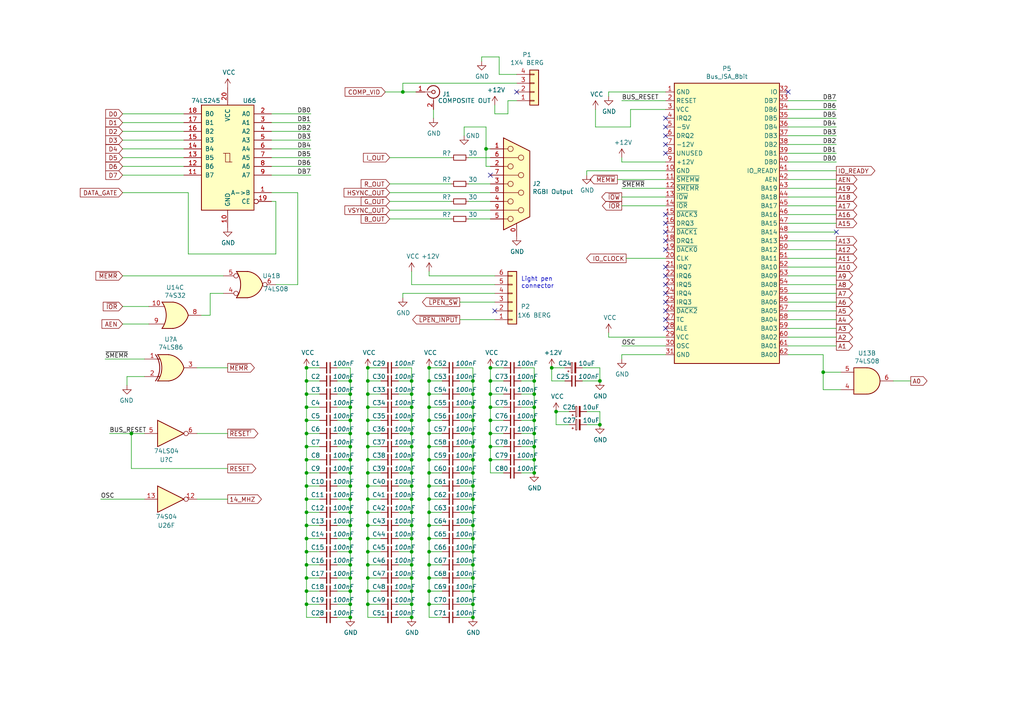
<source format=kicad_sch>
(kicad_sch (version 20230121) (generator eeschema)
  (paper "A4")
  (lib_symbols
    (symbol "74xx:74LS04"
      (property "Reference" "U" (at 0 1.27 0))
      (property "Value" "74LS04" (at 0 -1.27 0))
      (symbol "74LS04_1_0"
        (pin input line (at -7.62 0 0) (length 3.81) (name "~") (number "1"))
        (pin output inverted (at 7.62 0 180) (length 3.81) (name "~") (number "2"))
      )
      (symbol "74LS04_2_0"
        (pin input line (at -7.62 0 0) (length 3.81) (name "~") (number "3"))
        (pin output inverted (at 7.62 0 180) (length 3.81) (name "~") (number "4"))
      )
      (symbol "74LS04_3_0"
        (pin input line (at -7.62 0 0) (length 3.81) (name "~") (number "5"))
        (pin output inverted (at 7.62 0 180) (length 3.81) (name "~") (number "6"))
      )
      (symbol "74LS04_4_0"
        (pin output inverted (at 7.62 0 180) (length 3.81) (name "~") (number "8"))
        (pin input line (at -7.62 0 0) (length 3.81) (name "~") (number "9"))
      )
      (symbol "74LS04_5_0"
        (pin output inverted (at 7.62 0 180) (length 3.81) (name "~") (number "10"))
        (pin input line (at -7.62 0 0) (length 3.81) (name "~") (number "11"))
      )
      (symbol "74LS04_6_0"
        (pin output inverted (at 7.62 0 180) (length 3.81) (name "~") (number "12"))
        (pin input line (at -7.62 0 0) (length 3.81) (name "~") (number "13"))
      )
      (symbol "74LS04_7_0"
        (pin power_in line (at 0 12.7 270) (length 5.08) (name "VCC") (number "14"))
        (pin power_in line (at 0 -12.7 90) (length 5.08) (name "GND") (number "7"))
      )
    )
    (symbol "74xx:74LS08" (pin_names (offset 1.016))
      (property "Reference" "U" (at 0 1.27 0))
      (property "Value" "74LS08" (at 0 -1.27 0))
      (symbol "74LS08_1_1"
        (pin input line (at -7.62 2.54 0) (length 3.81) (name "~") (number "1"))
        (pin input line (at -7.62 -2.54 0) (length 3.81) (name "~") (number "2"))
        (pin output line (at 7.62 0 180) (length 3.81) (name "~") (number "3"))
      )
      (symbol "74LS08_1_2"
        (pin input inverted (at -7.62 2.54 0) (length 4.318) (name "~") (number "1"))
        (pin input inverted (at -7.62 -2.54 0) (length 4.318) (name "~") (number "2"))
        (pin output inverted (at 7.62 0 180) (length 3.81) (name "~") (number "3"))
      )
      (symbol "74LS08_2_1"
        (pin input line (at -7.62 2.54 0) (length 3.81) (name "~") (number "4"))
        (pin input line (at -7.62 -2.54 0) (length 3.81) (name "~") (number "5"))
        (pin output line (at 7.62 0 180) (length 3.81) (name "~") (number "6"))
      )
      (symbol "74LS08_2_2"
        (pin input inverted (at -7.62 2.54 0) (length 4.318) (name "~") (number "4"))
        (pin input inverted (at -7.62 -2.54 0) (length 4.318) (name "~") (number "5"))
        (pin output inverted (at 7.62 0 180) (length 3.81) (name "~") (number "6"))
      )
      (symbol "74LS08_3_1"
        (pin input line (at -7.62 -2.54 0) (length 3.81) (name "~") (number "10"))
        (pin output line (at 7.62 0 180) (length 3.81) (name "~") (number "8"))
        (pin input line (at -7.62 2.54 0) (length 3.81) (name "~") (number "9"))
      )
      (symbol "74LS08_3_2"
        (pin input inverted (at -7.62 -2.54 0) (length 4.318) (name "~") (number "10"))
        (pin output inverted (at 7.62 0 180) (length 3.81) (name "~") (number "8"))
        (pin input inverted (at -7.62 2.54 0) (length 4.318) (name "~") (number "9"))
      )
      (symbol "74LS08_4_1"
        (pin output line (at 7.62 0 180) (length 3.81) (name "~") (number "11"))
        (pin input line (at -7.62 2.54 0) (length 3.81) (name "~") (number "12"))
        (pin input line (at -7.62 -2.54 0) (length 3.81) (name "~") (number "13"))
      )
      (symbol "74LS08_4_2"
        (pin output inverted (at 7.62 0 180) (length 3.81) (name "~") (number "11"))
        (pin input inverted (at -7.62 2.54 0) (length 4.318) (name "~") (number "12"))
        (pin input inverted (at -7.62 -2.54 0) (length 4.318) (name "~") (number "13"))
      )
      (symbol "74LS08_5_0"
        (pin power_in line (at 0 12.7 270) (length 5.08) (name "VCC") (number "14"))
        (pin power_in line (at 0 -12.7 90) (length 5.08) (name "GND") (number "7"))
      )
    )
    (symbol "74xx:74LS245" (pin_names (offset 1.016))
      (property "Reference" "U" (at -7.62 16.51 0))
      (property "Value" "74LS245" (at -7.62 -16.51 0))
      (symbol "74LS245_1_0"
        (pin input line (at -12.7 -10.16 0) (length 5.08) (name "A->B") (number "1"))
        (pin power_in line (at 0 -20.32 90) (length 5.08) (name "GND") (number "10"))
        (pin tri_state line (at 12.7 -5.08 180) (length 5.08) (name "B7") (number "11"))
        (pin tri_state line (at 12.7 -2.54 180) (length 5.08) (name "B6") (number "12"))
        (pin tri_state line (at 12.7 0 180) (length 5.08) (name "B5") (number "13"))
        (pin tri_state line (at 12.7 2.54 180) (length 5.08) (name "B4") (number "14"))
        (pin tri_state line (at 12.7 5.08 180) (length 5.08) (name "B3") (number "15"))
        (pin tri_state line (at 12.7 7.62 180) (length 5.08) (name "B2") (number "16"))
        (pin tri_state line (at 12.7 10.16 180) (length 5.08) (name "B1") (number "17"))
        (pin tri_state line (at 12.7 12.7 180) (length 5.08) (name "B0") (number "18"))
        (pin input inverted (at -12.7 -12.7 0) (length 5.08) (name "CE") (number "19"))
        (pin tri_state line (at -12.7 12.7 0) (length 5.08) (name "A0") (number "2"))
        (pin power_in line (at 0 20.32 270) (length 5.08) (name "VCC") (number "20"))
        (pin tri_state line (at -12.7 10.16 0) (length 5.08) (name "A1") (number "3"))
        (pin tri_state line (at -12.7 7.62 0) (length 5.08) (name "A2") (number "4"))
        (pin tri_state line (at -12.7 5.08 0) (length 5.08) (name "A3") (number "5"))
        (pin tri_state line (at -12.7 2.54 0) (length 5.08) (name "A4") (number "6"))
        (pin tri_state line (at -12.7 0 0) (length 5.08) (name "A5") (number "7"))
        (pin tri_state line (at -12.7 -2.54 0) (length 5.08) (name "A6") (number "8"))
        (pin tri_state line (at -12.7 -5.08 0) (length 5.08) (name "A7") (number "9"))
      )
    )
    (symbol "74xx:74LS32" (pin_names (offset 1.016))
      (property "Reference" "U" (at 0 1.27 0))
      (property "Value" "74LS32" (at 0 -1.27 0))
      (symbol "74LS32_1_1"
        (pin input line (at -7.62 2.54 0) (length 4.318) (name "~") (number "1"))
        (pin input line (at -7.62 -2.54 0) (length 4.318) (name "~") (number "2"))
        (pin output line (at 7.62 0 180) (length 3.81) (name "~") (number "3"))
      )
      (symbol "74LS32_1_2"
        (pin input inverted (at -7.62 2.54 0) (length 3.81) (name "~") (number "1"))
        (pin input inverted (at -7.62 -2.54 0) (length 3.81) (name "~") (number "2"))
        (pin output inverted (at 7.62 0 180) (length 3.81) (name "~") (number "3"))
      )
      (symbol "74LS32_2_1"
        (pin input line (at -7.62 2.54 0) (length 4.318) (name "~") (number "4"))
        (pin input line (at -7.62 -2.54 0) (length 4.318) (name "~") (number "5"))
        (pin output line (at 7.62 0 180) (length 3.81) (name "~") (number "6"))
      )
      (symbol "74LS32_2_2"
        (pin input inverted (at -7.62 2.54 0) (length 3.81) (name "~") (number "4"))
        (pin input inverted (at -7.62 -2.54 0) (length 3.81) (name "~") (number "5"))
        (pin output inverted (at 7.62 0 180) (length 3.81) (name "~") (number "6"))
      )
      (symbol "74LS32_3_1"
        (pin input line (at -7.62 -2.54 0) (length 4.318) (name "~") (number "10"))
        (pin output line (at 7.62 0 180) (length 3.81) (name "~") (number "8"))
        (pin input line (at -7.62 2.54 0) (length 4.318) (name "~") (number "9"))
      )
      (symbol "74LS32_3_2"
        (pin input inverted (at -7.62 -2.54 0) (length 3.81) (name "~") (number "10"))
        (pin output inverted (at 7.62 0 180) (length 3.81) (name "~") (number "8"))
        (pin input inverted (at -7.62 2.54 0) (length 3.81) (name "~") (number "9"))
      )
      (symbol "74LS32_4_1"
        (pin output line (at 7.62 0 180) (length 3.81) (name "~") (number "11"))
        (pin input line (at -7.62 2.54 0) (length 4.318) (name "~") (number "12"))
        (pin input line (at -7.62 -2.54 0) (length 4.318) (name "~") (number "13"))
      )
      (symbol "74LS32_4_2"
        (pin output inverted (at 7.62 0 180) (length 3.81) (name "~") (number "11"))
        (pin input inverted (at -7.62 2.54 0) (length 3.81) (name "~") (number "12"))
        (pin input inverted (at -7.62 -2.54 0) (length 3.81) (name "~") (number "13"))
      )
      (symbol "74LS32_5_0"
        (pin power_in line (at 0 12.7 270) (length 5.08) (name "VCC") (number "14"))
        (pin power_in line (at 0 -12.7 90) (length 5.08) (name "GND") (number "7"))
      )
    )
    (symbol "74xx:74LS86" (pin_names (offset 1.016))
      (property "Reference" "U" (at 0 1.27 0))
      (property "Value" "74LS86" (at 0 -1.27 0))
      (symbol "74LS86_1_0"
        (pin input line (at -7.62 2.54 0) (length 4.445) (name "~") (number "1"))
        (pin input line (at -7.62 -2.54 0) (length 4.445) (name "~") (number "2"))
        (pin output line (at 7.62 0 180) (length 3.81) (name "~") (number "3"))
      )
      (symbol "74LS86_2_0"
        (pin input line (at -7.62 2.54 0) (length 4.445) (name "~") (number "4"))
        (pin input line (at -7.62 -2.54 0) (length 4.445) (name "~") (number "5"))
        (pin output line (at 7.62 0 180) (length 3.81) (name "~") (number "6"))
      )
      (symbol "74LS86_3_0"
        (pin input line (at -7.62 -2.54 0) (length 4.445) (name "~") (number "10"))
        (pin output line (at 7.62 0 180) (length 3.81) (name "~") (number "8"))
        (pin input line (at -7.62 2.54 0) (length 4.445) (name "~") (number "9"))
      )
      (symbol "74LS86_4_0"
        (pin output line (at 7.62 0 180) (length 3.81) (name "~") (number "11"))
        (pin input line (at -7.62 2.54 0) (length 4.445) (name "~") (number "12"))
        (pin input line (at -7.62 -2.54 0) (length 4.445) (name "~") (number "13"))
      )
      (symbol "74LS86_5_0"
        (pin power_in line (at 0 12.7 270) (length 5.08) (name "VCC") (number "14"))
        (pin power_in line (at 0 -12.7 90) (length 5.08) (name "GND") (number "7"))
      )
    )
    (symbol "Connector:Bus_ISA_8bit"
      (property "Reference" "J" (at 0 42.545 0))
      (property "Value" "Bus_ISA_8bit" (at 0 -42.545 0))
      (symbol "Bus_ISA_8bit_1_1"
        (pin power_in line (at -17.78 38.1 0) (length 2.54) (name "GND") (number "1"))
        (pin power_in line (at -17.78 15.24 0) (length 2.54) (name "GND") (number "10"))
        (pin output line (at -17.78 12.7 0) (length 2.54) (name "~{SMEMW}") (number "11"))
        (pin output line (at -17.78 10.16 0) (length 2.54) (name "~{SMEMR}") (number "12"))
        (pin output line (at -17.78 7.62 0) (length 2.54) (name "~{IOW}") (number "13"))
        (pin output line (at -17.78 5.08 0) (length 2.54) (name "~{IOR}") (number "14"))
        (pin passive line (at -17.78 2.54 0) (length 2.54) (name "~{DACK3}") (number "15"))
        (pin passive line (at -17.78 0 0) (length 2.54) (name "DRQ3") (number "16"))
        (pin passive line (at -17.78 -2.54 0) (length 2.54) (name "~{DACK1}") (number "17"))
        (pin passive line (at -17.78 -5.08 0) (length 2.54) (name "DRQ1") (number "18"))
        (pin passive line (at -17.78 -7.62 0) (length 2.54) (name "~{DACK0}") (number "19"))
        (pin output line (at -17.78 35.56 0) (length 2.54) (name "RESET") (number "2"))
        (pin output line (at -17.78 -10.16 0) (length 2.54) (name "CLK") (number "20"))
        (pin passive line (at -17.78 -12.7 0) (length 2.54) (name "IRQ7") (number "21"))
        (pin passive line (at -17.78 -15.24 0) (length 2.54) (name "IRQ6") (number "22"))
        (pin passive line (at -17.78 -17.78 0) (length 2.54) (name "IRQ5") (number "23"))
        (pin passive line (at -17.78 -20.32 0) (length 2.54) (name "IRQ4") (number "24"))
        (pin passive line (at -17.78 -22.86 0) (length 2.54) (name "IRQ3") (number "25"))
        (pin passive line (at -17.78 -25.4 0) (length 2.54) (name "~{DACK2}") (number "26"))
        (pin passive line (at -17.78 -27.94 0) (length 2.54) (name "TC") (number "27"))
        (pin output line (at -17.78 -30.48 0) (length 2.54) (name "ALE") (number "28"))
        (pin power_in line (at -17.78 -33.02 0) (length 2.54) (name "VCC") (number "29"))
        (pin power_in line (at -17.78 33.02 0) (length 2.54) (name "VCC") (number "3"))
        (pin output line (at -17.78 -35.56 0) (length 2.54) (name "OSC") (number "30"))
        (pin power_in line (at -17.78 -38.1 0) (length 2.54) (name "GND") (number "31"))
        (pin passive line (at 17.78 38.1 180) (length 2.54) (name "IO") (number "32"))
        (pin tri_state line (at 17.78 35.56 180) (length 2.54) (name "DB7") (number "33"))
        (pin tri_state line (at 17.78 33.02 180) (length 2.54) (name "DB6") (number "34"))
        (pin tri_state line (at 17.78 30.48 180) (length 2.54) (name "DB5") (number "35"))
        (pin tri_state line (at 17.78 27.94 180) (length 2.54) (name "DB4") (number "36"))
        (pin tri_state line (at 17.78 25.4 180) (length 2.54) (name "DB3") (number "37"))
        (pin tri_state line (at 17.78 22.86 180) (length 2.54) (name "DB2") (number "38"))
        (pin tri_state line (at 17.78 20.32 180) (length 2.54) (name "DB1") (number "39"))
        (pin passive line (at -17.78 30.48 0) (length 2.54) (name "IRQ2") (number "4"))
        (pin tri_state line (at 17.78 17.78 180) (length 2.54) (name "DB0") (number "40"))
        (pin passive line (at 17.78 15.24 180) (length 2.54) (name "IO_READY") (number "41"))
        (pin output line (at 17.78 12.7 180) (length 2.54) (name "AEN") (number "42"))
        (pin tri_state line (at 17.78 10.16 180) (length 2.54) (name "BA19") (number "43"))
        (pin tri_state line (at 17.78 7.62 180) (length 2.54) (name "BA18") (number "44"))
        (pin tri_state line (at 17.78 5.08 180) (length 2.54) (name "BA17") (number "45"))
        (pin tri_state line (at 17.78 2.54 180) (length 2.54) (name "BA16") (number "46"))
        (pin tri_state line (at 17.78 0 180) (length 2.54) (name "BA15") (number "47"))
        (pin tri_state line (at 17.78 -2.54 180) (length 2.54) (name "BA14") (number "48"))
        (pin tri_state line (at 17.78 -5.08 180) (length 2.54) (name "BA13") (number "49"))
        (pin power_in line (at -17.78 27.94 0) (length 2.54) (name "-5V") (number "5"))
        (pin tri_state line (at 17.78 -7.62 180) (length 2.54) (name "BA12") (number "50"))
        (pin tri_state line (at 17.78 -10.16 180) (length 2.54) (name "BA11") (number "51"))
        (pin tri_state line (at 17.78 -12.7 180) (length 2.54) (name "BA10") (number "52"))
        (pin tri_state line (at 17.78 -15.24 180) (length 2.54) (name "BA09") (number "53"))
        (pin tri_state line (at 17.78 -17.78 180) (length 2.54) (name "BA08") (number "54"))
        (pin tri_state line (at 17.78 -20.32 180) (length 2.54) (name "BA07") (number "55"))
        (pin tri_state line (at 17.78 -22.86 180) (length 2.54) (name "BA06") (number "56"))
        (pin tri_state line (at 17.78 -25.4 180) (length 2.54) (name "BA05") (number "57"))
        (pin tri_state line (at 17.78 -27.94 180) (length 2.54) (name "BA04") (number "58"))
        (pin tri_state line (at 17.78 -30.48 180) (length 2.54) (name "BA03") (number "59"))
        (pin passive line (at -17.78 25.4 0) (length 2.54) (name "DRQ2") (number "6"))
        (pin tri_state line (at 17.78 -33.02 180) (length 2.54) (name "BA02") (number "60"))
        (pin tri_state line (at 17.78 -35.56 180) (length 2.54) (name "BA01") (number "61"))
        (pin tri_state line (at 17.78 -38.1 180) (length 2.54) (name "BA00") (number "62"))
        (pin power_in line (at -17.78 22.86 0) (length 2.54) (name "-12V") (number "7"))
        (pin passive line (at -17.78 20.32 0) (length 2.54) (name "UNUSED") (number "8"))
        (pin power_in line (at -17.78 17.78 0) (length 2.54) (name "+12V") (number "9"))
      )
    )
    (symbol "Connector:Conn_Coaxial" (pin_names (offset 1.016) hide)
      (property "Reference" "J" (at 0.254 3.048 0))
      (property "Value" "Conn_Coaxial" (at 2.921 0 90))
      (symbol "Conn_Coaxial_1_1"
        (pin passive line (at -5.08 0 0) (length 2.54) (name "In") (number "1"))
        (pin passive line (at 0 -5.08 90) (length 2.54) (name "Ext") (number "2"))
      )
    )
    (symbol "Connector:DE9_Receptacle_MountingHoles" (pin_names (offset 1.016) hide)
      (property "Reference" "J" (at 0 16.51 0))
      (property "Value" "DE9_Receptacle_MountingHoles" (at 0 14.605 0))
      (symbol "DE9_Receptacle_MountingHoles_1_1"
        (pin passive line (at 0 -15.24 90) (length 3.81) (name "PAD") (number "0"))
        (pin passive line (at -7.62 10.16 0) (length 3.81) (name "1") (number "1"))
        (pin passive line (at -7.62 5.08 0) (length 3.81) (name "2") (number "2"))
        (pin passive line (at -7.62 0 0) (length 3.81) (name "3") (number "3"))
        (pin passive line (at -7.62 -5.08 0) (length 3.81) (name "4") (number "4"))
        (pin passive line (at -7.62 -10.16 0) (length 3.81) (name "5") (number "5"))
        (pin passive line (at -7.62 7.62 0) (length 3.81) (name "6") (number "6"))
        (pin passive line (at -7.62 2.54 0) (length 3.81) (name "7") (number "7"))
        (pin passive line (at -7.62 -2.54 0) (length 3.81) (name "8") (number "8"))
        (pin passive line (at -7.62 -7.62 0) (length 3.81) (name "9") (number "9"))
      )
    )
    (symbol "Connector_Generic:Conn_01x04" (pin_names (offset 1.016) hide)
      (property "Reference" "J" (at 0 5.08 0))
      (property "Value" "Conn_01x04" (at 0 -7.62 0))
      (symbol "Conn_01x04_1_1"
        (pin passive line (at -5.08 2.54 0) (length 3.81) (name "Pin_1") (number "1"))
        (pin passive line (at -5.08 0 0) (length 3.81) (name "Pin_2") (number "2"))
        (pin passive line (at -5.08 -2.54 0) (length 3.81) (name "Pin_3") (number "3"))
        (pin passive line (at -5.08 -5.08 0) (length 3.81) (name "Pin_4") (number "4"))
      )
    )
    (symbol "Connector_Generic:Conn_01x06" (pin_names (offset 1.016) hide)
      (property "Reference" "J" (at 0 7.62 0))
      (property "Value" "Conn_01x06" (at 0 -10.16 0))
      (symbol "Conn_01x06_1_1"
        (pin passive line (at -5.08 5.08 0) (length 3.81) (name "Pin_1") (number "1"))
        (pin passive line (at -5.08 2.54 0) (length 3.81) (name "Pin_2") (number "2"))
        (pin passive line (at -5.08 0 0) (length 3.81) (name "Pin_3") (number "3"))
        (pin passive line (at -5.08 -2.54 0) (length 3.81) (name "Pin_4") (number "4"))
        (pin passive line (at -5.08 -5.08 0) (length 3.81) (name "Pin_5") (number "5"))
        (pin passive line (at -5.08 -7.62 0) (length 3.81) (name "Pin_6") (number "6"))
      )
    )
    (symbol "Device:C_Polarized_Small" (pin_numbers hide) (pin_names (offset 0.254) hide)
      (property "Reference" "C" (at 0.254 1.778 0))
      (property "Value" "C_Polarized_Small" (at 0.254 -2.032 0))
      (symbol "C_Polarized_Small_1_1"
        (pin passive line (at 0 2.54 270) (length 1.8542) (name "~") (number "1"))
        (pin passive line (at 0 -2.54 90) (length 1.8542) (name "~") (number "2"))
      )
    )
    (symbol "Device:C_Small" (pin_numbers hide) (pin_names (offset 0.254) hide)
      (property "Reference" "C" (at 0.254 1.778 0))
      (property "Value" "C_Small" (at 0.254 -2.032 0))
      (symbol "C_Small_1_1"
        (pin passive line (at 0 2.54 270) (length 2.032) (name "~") (number "1"))
        (pin passive line (at 0 -2.54 90) (length 2.032) (name "~") (number "2"))
      )
    )
    (symbol "Device:R_Small" (pin_numbers hide) (pin_names (offset 0.254) hide)
      (property "Reference" "R" (at 0.762 0.508 0))
      (property "Value" "R_Small" (at 0.762 -1.016 0))
      (symbol "R_Small_1_1"
        (pin passive line (at 0 2.54 270) (length 0.762) (name "~") (number "1"))
        (pin passive line (at 0 -2.54 90) (length 0.762) (name "~") (number "2"))
      )
    )
    (symbol "power:+12V" (power) (pin_names (offset 0))
      (property "Value" "+12V" (at 0 3.556 0))
      (symbol "+12V_1_1"
        (pin power_in line (at 0 0 90) (length 0) hide (name "+12V") (number "1"))
      )
    )
    (symbol "power:GND" (power) (pin_names (offset 0))
      (property "Value" "GND" (at 0 -3.81 0))
      (symbol "GND_1_1"
        (pin power_in line (at 0 0 270) (length 0) hide (name "GND") (number "1"))
      )
    )
    (symbol "power:VCC" (power) (pin_names (offset 0))
      (property "Value" "VCC" (at 0 3.81 0))
      (symbol "VCC_1_1"
        (pin power_in line (at 0 0 90) (length 0) hide (name "VCC") (number "1"))
      )
    )
  )
  (junction (at 88.9 167.64))
  (junction (at 88.9 156.21))
  (junction (at 88.9 175.26))
  (junction (at 124.46 140.97))
  (junction (at 124.46 175.26))
  (junction (at 124.46 118.11))
  (junction (at 88.9 114.3))
  (junction (at 106.68 137.16))
  (junction (at 106.68 171.45))
  (junction (at 88.9 140.97))
  (junction (at 101.6 167.64))
  (junction (at 106.68 160.02))
  (junction (at 137.16 152.4))
  (junction (at 88.9 121.92))
  (junction (at 124.46 167.64))
  (junction (at 160.02 106.68))
  (junction (at 124.46 160.02))
  (junction (at 137.16 129.54))
  (junction (at 161.29 119.38))
  (junction (at 142.24 110.49))
  (junction (at 101.6 125.73))
  (junction (at 137.16 148.59))
  (junction (at 137.16 167.64))
  (junction (at 101.6 171.45))
  (junction (at 106.68 148.59))
  (junction (at 119.38 179.07))
  (junction (at 106.68 129.54))
  (junction (at 119.38 133.35))
  (junction (at 154.94 125.73))
  (junction (at 106.68 118.11))
  (junction (at 119.38 167.64))
  (junction (at 154.94 110.49))
  (junction (at 137.16 163.83))
  (junction (at 88.9 110.49))
  (junction (at 124.46 156.21))
  (junction (at 142.24 118.11))
  (junction (at 119.38 137.16))
  (junction (at 238.76 107.95))
  (junction (at 101.6 144.78))
  (junction (at 124.46 125.73))
  (junction (at 106.68 125.73))
  (junction (at 106.68 121.92))
  (junction (at 142.24 121.92))
  (junction (at 154.94 137.16))
  (junction (at 137.16 118.11))
  (junction (at 119.38 152.4))
  (junction (at 140.97 43.18))
  (junction (at 137.16 121.92))
  (junction (at 137.16 110.49))
  (junction (at 142.24 133.35))
  (junction (at 106.68 133.35))
  (junction (at 124.46 129.54))
  (junction (at 119.38 156.21))
  (junction (at 119.38 114.3))
  (junction (at 119.38 148.59))
  (junction (at 124.46 106.68))
  (junction (at 137.16 140.97))
  (junction (at 142.24 125.73))
  (junction (at 101.6 163.83))
  (junction (at 119.38 171.45))
  (junction (at 119.38 140.97))
  (junction (at 101.6 137.16))
  (junction (at 137.16 133.35))
  (junction (at 124.46 110.49))
  (junction (at 88.9 144.78))
  (junction (at 101.6 118.11))
  (junction (at 137.16 175.26))
  (junction (at 137.16 171.45))
  (junction (at 106.68 163.83))
  (junction (at 106.68 167.64))
  (junction (at 88.9 148.59))
  (junction (at 119.38 118.11))
  (junction (at 124.46 148.59))
  (junction (at 137.16 144.78))
  (junction (at 101.6 133.35))
  (junction (at 137.16 137.16))
  (junction (at 101.6 110.49))
  (junction (at 88.9 137.16))
  (junction (at 88.9 163.83))
  (junction (at 88.9 160.02))
  (junction (at 106.68 175.26))
  (junction (at 101.6 160.02))
  (junction (at 124.46 121.92))
  (junction (at 119.38 175.26))
  (junction (at 101.6 140.97))
  (junction (at 119.38 129.54))
  (junction (at 124.46 163.83))
  (junction (at 142.24 106.68))
  (junction (at 88.9 118.11))
  (junction (at 106.68 140.97))
  (junction (at 101.6 175.26))
  (junction (at 101.6 156.21))
  (junction (at 124.46 137.16))
  (junction (at 137.16 156.21))
  (junction (at 124.46 133.35))
  (junction (at 173.99 110.49))
  (junction (at 101.6 148.59))
  (junction (at 137.16 160.02))
  (junction (at 106.68 144.78))
  (junction (at 154.94 121.92))
  (junction (at 119.38 110.49))
  (junction (at 124.46 114.3))
  (junction (at 154.94 118.11))
  (junction (at 137.16 179.07))
  (junction (at 88.9 171.45))
  (junction (at 154.94 114.3))
  (junction (at 101.6 114.3))
  (junction (at 101.6 179.07))
  (junction (at 88.9 152.4))
  (junction (at 154.94 133.35))
  (junction (at 106.68 156.21))
  (junction (at 88.9 133.35))
  (junction (at 124.46 171.45))
  (junction (at 124.46 144.78))
  (junction (at 119.38 144.78))
  (junction (at 119.38 121.92))
  (junction (at 154.94 129.54))
  (junction (at 142.24 114.3))
  (junction (at 119.38 160.02))
  (junction (at 106.68 152.4))
  (junction (at 119.38 125.73))
  (junction (at 116.84 26.67))
  (junction (at 101.6 121.92))
  (junction (at 88.9 125.73))
  (junction (at 106.68 114.3))
  (junction (at 101.6 152.4))
  (junction (at 173.99 123.19))
  (junction (at 137.16 125.73))
  (junction (at 88.9 106.68))
  (junction (at 38.1 125.73))
  (junction (at 88.9 129.54))
  (junction (at 119.38 163.83))
  (junction (at 101.6 129.54))
  (junction (at 137.16 114.3))
  (junction (at 106.68 106.68))
  (junction (at 142.24 129.54))
  (junction (at 124.46 152.4))
  (junction (at 106.68 110.49))
  (no_connect (at 193.04 92.71))
  (no_connect (at 193.04 82.55))
  (no_connect (at 193.04 62.23))
  (no_connect (at 149.86 26.67))
  (no_connect (at 193.04 80.01))
  (no_connect (at 193.04 64.77))
  (no_connect (at 193.04 69.85))
  (no_connect (at 193.04 34.29))
  (no_connect (at 142.24 50.8))
  (no_connect (at 193.04 36.83))
  (no_connect (at 228.6 26.67))
  (no_connect (at 193.04 72.39))
  (no_connect (at 193.04 90.17))
  (no_connect (at 193.04 87.63))
  (no_connect (at 193.04 95.25))
  (no_connect (at 193.04 41.91))
  (no_connect (at 193.04 85.09))
  (no_connect (at 242.57 67.31))
  (no_connect (at 193.04 67.31))
  (no_connect (at 143.51 90.17))
  (no_connect (at 193.04 39.37))
  (no_connect (at 193.04 77.47))
  (no_connect (at 193.04 44.45))
  (wire (pts (xy 228.6 95.25) (xy 242.57 95.25)))
  (wire (pts (xy 228.6 57.15) (xy 242.57 57.15)))
  (wire (pts (xy 154.94 125.73) (xy 151.13 125.73)))
  (wire (pts (xy 101.6 110.49) (xy 97.79 110.49)))
  (wire (pts (xy 228.6 54.61) (xy 242.57 54.61)))
  (wire (pts (xy 146.05 110.49) (xy 142.24 110.49)))
  (wire (pts (xy 101.6 114.3) (xy 101.6 118.11)))
  (wire (pts (xy 53.34 40.64) (xy 35.56 40.64)))
  (wire (pts (xy 78.74 50.8) (xy 90.17 50.8)))
  (wire (pts (xy 106.68 152.4) (xy 106.68 156.21)))
  (wire (pts (xy 124.46 110.49) (xy 124.46 114.3)))
  (wire (pts (xy 78.74 45.72) (xy 90.17 45.72)))
  (wire (pts (xy 137.16 137.16) (xy 133.35 137.16)))
  (wire (pts (xy 154.94 129.54) (xy 151.13 129.54)))
  (wire (pts (xy 101.6 137.16) (xy 97.79 137.16)))
  (wire (pts (xy 193.04 100.33) (xy 180.34 100.33)))
  (wire (pts (xy 92.71 167.64) (xy 88.9 167.64)))
  (wire (pts (xy 124.46 125.73) (xy 124.46 129.54)))
  (wire (pts (xy 193.04 74.93) (xy 181.61 74.93)))
  (wire (pts (xy 41.91 109.22) (xy 36.83 109.22)))
  (wire (pts (xy 92.71 133.35) (xy 88.9 133.35)))
  (wire (pts (xy 193.04 29.21) (xy 180.34 29.21)))
  (wire (pts (xy 163.83 106.68) (xy 160.02 106.68)))
  (wire (pts (xy 228.6 41.91) (xy 242.57 41.91)))
  (wire (pts (xy 128.27 125.73) (xy 124.46 125.73)))
  (wire (pts (xy 143.51 82.55) (xy 119.38 82.55)))
  (wire (pts (xy 113.03 45.72) (xy 130.81 45.72)))
  (wire (pts (xy 101.6 171.45) (xy 101.6 175.26)))
  (wire (pts (xy 110.49 175.26) (xy 106.68 175.26)))
  (wire (pts (xy 57.15 106.68) (xy 66.04 106.68)))
  (wire (pts (xy 88.9 148.59) (xy 88.9 152.4)))
  (wire (pts (xy 128.27 163.83) (xy 124.46 163.83)))
  (wire (pts (xy 154.94 110.49) (xy 154.94 114.3)))
  (wire (pts (xy 193.04 54.61) (xy 180.34 54.61)))
  (wire (pts (xy 53.34 38.1) (xy 35.56 38.1)))
  (wire (pts (xy 101.6 179.07) (xy 97.79 179.07)))
  (wire (pts (xy 78.74 58.42) (xy 80.01 58.42)))
  (wire (pts (xy 101.6 106.68) (xy 101.6 110.49)))
  (wire (pts (xy 101.6 125.73) (xy 101.6 129.54)))
  (wire (pts (xy 119.38 129.54) (xy 119.38 133.35)))
  (wire (pts (xy 119.38 125.73) (xy 119.38 129.54)))
  (wire (pts (xy 38.1 135.89) (xy 66.04 135.89)))
  (wire (pts (xy 146.05 133.35) (xy 142.24 133.35)))
  (wire (pts (xy 88.9 121.92) (xy 88.9 125.73)))
  (wire (pts (xy 60.96 91.44) (xy 58.42 91.44)))
  (wire (pts (xy 119.38 140.97) (xy 119.38 144.78)))
  (wire (pts (xy 128.27 175.26) (xy 124.46 175.26)))
  (wire (pts (xy 124.46 160.02) (xy 124.46 163.83)))
  (wire (pts (xy 119.38 121.92) (xy 115.57 121.92)))
  (wire (pts (xy 154.94 129.54) (xy 154.94 133.35)))
  (wire (pts (xy 110.49 133.35) (xy 106.68 133.35)))
  (wire (pts (xy 137.16 137.16) (xy 137.16 140.97)))
  (wire (pts (xy 137.16 121.92) (xy 133.35 121.92)))
  (wire (pts (xy 142.24 129.54) (xy 142.24 133.35)))
  (wire (pts (xy 92.71 171.45) (xy 88.9 171.45)))
  (wire (pts (xy 180.34 46.99) (xy 193.04 46.99)))
  (wire (pts (xy 147.32 29.21) (xy 147.32 33.02)))
  (wire (pts (xy 110.49 156.21) (xy 106.68 156.21)))
  (wire (pts (xy 238.76 107.95) (xy 238.76 113.03)))
  (wire (pts (xy 88.9 156.21) (xy 88.9 160.02)))
  (wire (pts (xy 110.49 114.3) (xy 106.68 114.3)))
  (wire (pts (xy 53.34 50.8) (xy 35.56 50.8)))
  (wire (pts (xy 146.05 125.73) (xy 142.24 125.73)))
  (wire (pts (xy 119.38 114.3) (xy 115.57 114.3)))
  (wire (pts (xy 149.86 24.13) (xy 116.84 24.13)))
  (wire (pts (xy 228.6 80.01) (xy 242.57 80.01)))
  (wire (pts (xy 101.6 160.02) (xy 97.79 160.02)))
  (wire (pts (xy 110.49 167.64) (xy 106.68 167.64)))
  (wire (pts (xy 88.9 114.3) (xy 88.9 118.11)))
  (wire (pts (xy 106.68 110.49) (xy 106.68 114.3)))
  (wire (pts (xy 88.9 140.97) (xy 88.9 144.78)))
  (wire (pts (xy 101.6 110.49) (xy 101.6 114.3)))
  (wire (pts (xy 88.9 163.83) (xy 88.9 167.64)))
  (wire (pts (xy 173.99 119.38) (xy 173.99 123.19)))
  (wire (pts (xy 116.84 24.13) (xy 116.84 26.67)))
  (wire (pts (xy 119.38 156.21) (xy 119.38 160.02)))
  (wire (pts (xy 137.16 171.45) (xy 133.35 171.45)))
  (wire (pts (xy 238.76 102.87) (xy 238.76 107.95)))
  (wire (pts (xy 119.38 140.97) (xy 115.57 140.97)))
  (wire (pts (xy 128.27 160.02) (xy 124.46 160.02)))
  (wire (pts (xy 154.94 121.92) (xy 151.13 121.92)))
  (wire (pts (xy 101.6 148.59) (xy 101.6 152.4)))
  (wire (pts (xy 176.53 26.67) (xy 176.53 27.94)))
  (wire (pts (xy 125.73 34.29) (xy 125.73 31.75)))
  (wire (pts (xy 101.6 163.83) (xy 101.6 167.64)))
  (wire (pts (xy 228.6 59.69) (xy 242.57 59.69)))
  (wire (pts (xy 119.38 167.64) (xy 119.38 171.45)))
  (wire (pts (xy 137.16 156.21) (xy 137.16 160.02)))
  (wire (pts (xy 119.38 160.02) (xy 115.57 160.02)))
  (wire (pts (xy 193.04 102.87) (xy 180.34 102.87)))
  (wire (pts (xy 53.34 35.56) (xy 35.56 35.56)))
  (wire (pts (xy 170.18 49.53) (xy 170.18 50.8)))
  (wire (pts (xy 137.16 118.11) (xy 137.16 121.92)))
  (wire (pts (xy 110.49 110.49) (xy 106.68 110.49)))
  (wire (pts (xy 92.71 121.92) (xy 88.9 121.92)))
  (wire (pts (xy 154.94 114.3) (xy 154.94 118.11)))
  (wire (pts (xy 119.38 118.11) (xy 115.57 118.11)))
  (wire (pts (xy 133.35 87.63) (xy 143.51 87.63)))
  (wire (pts (xy 228.6 29.21) (xy 242.57 29.21)))
  (wire (pts (xy 124.46 106.68) (xy 124.46 110.49)))
  (wire (pts (xy 119.38 156.21) (xy 115.57 156.21)))
  (wire (pts (xy 137.16 175.26) (xy 133.35 175.26)))
  (wire (pts (xy 154.94 133.35) (xy 151.13 133.35)))
  (wire (pts (xy 143.51 92.71) (xy 133.35 92.71)))
  (wire (pts (xy 110.49 148.59) (xy 106.68 148.59)))
  (wire (pts (xy 128.27 110.49) (xy 124.46 110.49)))
  (wire (pts (xy 154.94 114.3) (xy 151.13 114.3)))
  (wire (pts (xy 30.48 104.14) (xy 41.91 104.14)))
  (wire (pts (xy 92.71 144.78) (xy 88.9 144.78)))
  (wire (pts (xy 43.18 88.9) (xy 35.56 88.9)))
  (wire (pts (xy 119.38 121.92) (xy 119.38 125.73)))
  (wire (pts (xy 228.6 34.29) (xy 242.57 34.29)))
  (wire (pts (xy 172.72 36.83) (xy 172.72 31.75)))
  (wire (pts (xy 137.16 163.83) (xy 133.35 163.83)))
  (wire (pts (xy 101.6 129.54) (xy 97.79 129.54)))
  (wire (pts (xy 124.46 152.4) (xy 124.46 156.21)))
  (wire (pts (xy 140.97 36.83) (xy 134.62 36.83)))
  (wire (pts (xy 78.74 48.26) (xy 90.17 48.26)))
  (wire (pts (xy 92.71 179.07) (xy 88.9 179.07)))
  (wire (pts (xy 106.68 171.45) (xy 106.68 175.26)))
  (wire (pts (xy 119.38 125.73) (xy 115.57 125.73)))
  (wire (pts (xy 124.46 118.11) (xy 124.46 121.92)))
  (wire (pts (xy 92.71 137.16) (xy 88.9 137.16)))
  (wire (pts (xy 88.9 152.4) (xy 88.9 156.21)))
  (wire (pts (xy 101.6 133.35) (xy 97.79 133.35)))
  (wire (pts (xy 92.71 175.26) (xy 88.9 175.26)))
  (wire (pts (xy 110.49 129.54) (xy 106.68 129.54)))
  (wire (pts (xy 144.78 16.51) (xy 139.7 16.51)))
  (wire (pts (xy 168.91 106.68) (xy 173.99 106.68)))
  (wire (pts (xy 154.94 106.68) (xy 154.94 110.49)))
  (wire (pts (xy 146.05 121.92) (xy 142.24 121.92)))
  (wire (pts (xy 154.94 137.16) (xy 151.13 137.16)))
  (wire (pts (xy 182.88 36.83) (xy 172.72 36.83)))
  (wire (pts (xy 41.91 125.73) (xy 38.1 125.73)))
  (wire (pts (xy 101.6 140.97) (xy 101.6 144.78)))
  (wire (pts (xy 142.24 133.35) (xy 142.24 137.16)))
  (wire (pts (xy 101.6 144.78) (xy 97.79 144.78)))
  (wire (pts (xy 106.68 129.54) (xy 106.68 133.35)))
  (wire (pts (xy 53.34 48.26) (xy 35.56 48.26)))
  (wire (pts (xy 106.68 156.21) (xy 106.68 160.02)))
  (wire (pts (xy 64.77 80.01) (xy 35.56 80.01)))
  (wire (pts (xy 92.71 110.49) (xy 88.9 110.49)))
  (wire (pts (xy 106.68 144.78) (xy 106.68 148.59)))
  (wire (pts (xy 101.6 148.59) (xy 97.79 148.59)))
  (wire (pts (xy 154.94 106.68) (xy 151.13 106.68)))
  (wire (pts (xy 101.6 175.26) (xy 97.79 175.26)))
  (wire (pts (xy 53.34 43.18) (xy 35.56 43.18)))
  (wire (pts (xy 88.9 171.45) (xy 88.9 175.26)))
  (wire (pts (xy 135.89 63.5) (xy 142.24 63.5)))
  (wire (pts (xy 137.16 118.11) (xy 133.35 118.11)))
  (wire (pts (xy 101.6 171.45) (xy 97.79 171.45)))
  (wire (pts (xy 140.97 43.18) (xy 142.24 43.18)))
  (wire (pts (xy 119.38 144.78) (xy 115.57 144.78)))
  (wire (pts (xy 154.94 125.73) (xy 154.94 129.54)))
  (wire (pts (xy 173.99 106.68) (xy 173.99 110.49)))
  (wire (pts (xy 119.38 148.59) (xy 119.38 152.4)))
  (wire (pts (xy 101.6 167.64) (xy 101.6 171.45)))
  (wire (pts (xy 54.61 55.88) (xy 35.56 55.88)))
  (wire (pts (xy 137.16 110.49) (xy 137.16 114.3)))
  (wire (pts (xy 106.68 163.83) (xy 106.68 167.64)))
  (wire (pts (xy 134.62 36.83) (xy 134.62 39.37)))
  (wire (pts (xy 128.27 140.97) (xy 124.46 140.97)))
  (wire (pts (xy 88.9 133.35) (xy 88.9 137.16)))
  (wire (pts (xy 135.89 45.72) (xy 142.24 45.72)))
  (wire (pts (xy 137.16 148.59) (xy 133.35 148.59)))
  (wire (pts (xy 92.71 129.54) (xy 88.9 129.54)))
  (wire (pts (xy 154.94 110.49) (xy 151.13 110.49)))
  (wire (pts (xy 228.6 102.87) (xy 238.76 102.87)))
  (wire (pts (xy 53.34 33.02) (xy 35.56 33.02)))
  (wire (pts (xy 154.94 121.92) (xy 154.94 125.73)))
  (wire (pts (xy 137.16 144.78) (xy 133.35 144.78)))
  (wire (pts (xy 41.91 144.78) (xy 29.21 144.78)))
  (wire (pts (xy 137.16 114.3) (xy 133.35 114.3)))
  (wire (pts (xy 119.38 144.78) (xy 119.38 148.59)))
  (wire (pts (xy 124.46 129.54) (xy 124.46 133.35)))
  (wire (pts (xy 137.16 125.73) (xy 137.16 129.54)))
  (wire (pts (xy 92.71 106.68) (xy 88.9 106.68)))
  (wire (pts (xy 101.6 121.92) (xy 101.6 125.73)))
  (wire (pts (xy 142.24 121.92) (xy 142.24 125.73)))
  (wire (pts (xy 119.38 137.16) (xy 119.38 140.97)))
  (wire (pts (xy 53.34 45.72) (xy 35.56 45.72)))
  (wire (pts (xy 228.6 49.53) (xy 242.57 49.53)))
  (wire (pts (xy 119.38 163.83) (xy 119.38 167.64)))
  (wire (pts (xy 124.46 171.45) (xy 124.46 175.26)))
  (wire (pts (xy 78.74 38.1) (xy 90.17 38.1)))
  (wire (pts (xy 137.16 121.92) (xy 137.16 125.73)))
  (wire (pts (xy 228.6 74.93) (xy 242.57 74.93)))
  (wire (pts (xy 119.38 152.4) (xy 119.38 156.21)))
  (wire (pts (xy 147.32 33.02) (xy 143.51 33.02)))
  (wire (pts (xy 228.6 85.09) (xy 242.57 85.09)))
  (wire (pts (xy 101.6 129.54) (xy 101.6 133.35)))
  (wire (pts (xy 106.68 125.73) (xy 106.68 129.54)))
  (wire (pts (xy 119.38 106.68) (xy 119.38 110.49)))
  (wire (pts (xy 128.27 167.64) (xy 124.46 167.64)))
  (wire (pts (xy 142.24 125.73) (xy 142.24 129.54)))
  (wire (pts (xy 142.24 118.11) (xy 142.24 121.92)))
  (wire (pts (xy 176.53 97.79) (xy 176.53 96.52)))
  (wire (pts (xy 135.89 58.42) (xy 142.24 58.42)))
  (wire (pts (xy 86.36 55.88) (xy 86.36 82.55)))
  (wire (pts (xy 228.6 100.33) (xy 242.57 100.33)))
  (wire (pts (xy 124.46 167.64) (xy 124.46 171.45)))
  (wire (pts (xy 137.16 160.02) (xy 137.16 163.83)))
  (wire (pts (xy 124.46 156.21) (xy 124.46 160.02)))
  (wire (pts (xy 101.6 156.21) (xy 101.6 160.02)))
  (wire (pts (xy 165.1 123.19) (xy 161.29 123.19)))
  (wire (pts (xy 88.9 129.54) (xy 88.9 133.35)))
  (wire (pts (xy 101.6 121.92) (xy 97.79 121.92)))
  (wire (pts (xy 193.04 57.15) (xy 180.34 57.15)))
  (wire (pts (xy 92.71 114.3) (xy 88.9 114.3)))
  (wire (pts (xy 137.16 156.21) (xy 133.35 156.21)))
  (wire (pts (xy 80.01 73.66) (xy 54.61 73.66)))
  (wire (pts (xy 101.6 144.78) (xy 101.6 148.59)))
  (wire (pts (xy 119.38 171.45) (xy 119.38 175.26)))
  (wire (pts (xy 128.27 133.35) (xy 124.46 133.35)))
  (wire (pts (xy 139.7 16.51) (xy 139.7 17.78)))
  (wire (pts (xy 228.6 72.39) (xy 242.57 72.39)))
  (wire (pts (xy 173.99 110.49) (xy 168.91 110.49)))
  (wire (pts (xy 119.38 179.07) (xy 115.57 179.07)))
  (wire (pts (xy 101.6 137.16) (xy 101.6 140.97)))
  (wire (pts (xy 124.46 148.59) (xy 124.46 152.4)))
  (wire (pts (xy 101.6 156.21) (xy 97.79 156.21)))
  (wire (pts (xy 119.38 110.49) (xy 115.57 110.49)))
  (wire (pts (xy 106.68 137.16) (xy 106.68 140.97)))
  (wire (pts (xy 119.38 106.68) (xy 115.57 106.68)))
  (wire (pts (xy 228.6 97.79) (xy 242.57 97.79)))
  (wire (pts (xy 88.9 175.26) (xy 88.9 179.07)))
  (wire (pts (xy 137.16 152.4) (xy 137.16 156.21)))
  (wire (pts (xy 140.97 48.26) (xy 140.97 43.18)))
  (wire (pts (xy 228.6 90.17) (xy 242.57 90.17)))
  (wire (pts (xy 173.99 123.19) (xy 170.18 123.19)))
  (wire (pts (xy 163.83 110.49) (xy 160.02 110.49)))
  (wire (pts (xy 124.46 163.83) (xy 124.46 167.64)))
  (wire (pts (xy 124.46 133.35) (xy 124.46 137.16)))
  (wire (pts (xy 106.68 121.92) (xy 106.68 125.73)))
  (wire (pts (xy 137.16 175.26) (xy 137.16 179.07)))
  (wire (pts (xy 119.38 133.35) (xy 119.38 137.16)))
  (wire (pts (xy 182.88 31.75) (xy 182.88 36.83)))
  (wire (pts (xy 137.16 133.35) (xy 133.35 133.35)))
  (wire (pts (xy 137.16 110.49) (xy 133.35 110.49)))
  (wire (pts (xy 137.16 133.35) (xy 137.16 137.16)))
  (wire (pts (xy 228.6 52.07) (xy 242.57 52.07)))
  (wire (pts (xy 101.6 133.35) (xy 101.6 137.16)))
  (wire (pts (xy 92.71 125.73) (xy 88.9 125.73)))
  (wire (pts (xy 113.03 53.34) (xy 130.81 53.34)))
  (wire (pts (xy 228.6 77.47) (xy 242.57 77.47)))
  (wire (pts (xy 119.38 175.26) (xy 115.57 175.26)))
  (wire (pts (xy 137.16 144.78) (xy 137.16 148.59)))
  (wire (pts (xy 154.94 118.11) (xy 151.13 118.11)))
  (wire (pts (xy 143.51 33.02) (xy 143.51 30.48)))
  (wire (pts (xy 146.05 114.3) (xy 142.24 114.3)))
  (wire (pts (xy 101.6 118.11) (xy 101.6 121.92)))
  (wire (pts (xy 88.9 160.02) (xy 88.9 163.83)))
  (wire (pts (xy 228.6 36.83) (xy 242.57 36.83)))
  (wire (pts (xy 119.38 160.02) (xy 119.38 163.83)))
  (wire (pts (xy 228.6 39.37) (xy 242.57 39.37)))
  (wire (pts (xy 128.27 118.11) (xy 124.46 118.11)))
  (wire (pts (xy 92.71 163.83) (xy 88.9 163.83)))
  (wire (pts (xy 135.89 53.34) (xy 142.24 53.34)))
  (wire (pts (xy 78.74 33.02) (xy 90.17 33.02)))
  (wire (pts (xy 116.84 26.67) (xy 120.65 26.67)))
  (wire (pts (xy 137.16 114.3) (xy 137.16 118.11)))
  (wire (pts (xy 106.68 106.68) (xy 106.68 110.49)))
  (wire (pts (xy 80.01 58.42) (xy 80.01 73.66)))
  (wire (pts (xy 86.36 82.55) (xy 80.01 82.55)))
  (wire (pts (xy 165.1 119.38) (xy 161.29 119.38)))
  (wire (pts (xy 106.68 167.64) (xy 106.68 171.45)))
  (wire (pts (xy 113.03 58.42) (xy 130.81 58.42)))
  (wire (pts (xy 57.15 125.73) (xy 66.04 125.73)))
  (wire (pts (xy 128.27 148.59) (xy 124.46 148.59)))
  (wire (pts (xy 101.6 160.02) (xy 101.6 163.83)))
  (wire (pts (xy 124.46 175.26) (xy 124.46 179.07)))
  (wire (pts (xy 36.83 109.22) (xy 36.83 111.76)))
  (wire (pts (xy 228.6 67.31) (xy 242.57 67.31)))
  (wire (pts (xy 111.76 26.67) (xy 116.84 26.67)))
  (wire (pts (xy 119.38 114.3) (xy 119.38 118.11)))
  (wire (pts (xy 146.05 106.68) (xy 142.24 106.68)))
  (wire (pts (xy 124.46 137.16) (xy 124.46 140.97)))
  (wire (pts (xy 38.1 125.73) (xy 31.75 125.73)))
  (wire (pts (xy 228.6 46.99) (xy 242.57 46.99)))
  (wire (pts (xy 228.6 87.63) (xy 242.57 87.63)))
  (wire (pts (xy 228.6 92.71) (xy 242.57 92.71)))
  (wire (pts (xy 128.27 129.54) (xy 124.46 129.54)))
  (wire (pts (xy 149.86 29.21) (xy 147.32 29.21)))
  (wire (pts (xy 106.68 160.02) (xy 106.68 163.83)))
  (wire (pts (xy 137.16 106.68) (xy 137.16 110.49)))
  (wire (pts (xy 137.16 167.64) (xy 133.35 167.64)))
  (wire (pts (xy 137.16 148.59) (xy 137.16 152.4)))
  (wire (pts (xy 193.04 59.69) (xy 180.34 59.69)))
  (wire (pts (xy 124.46 121.92) (xy 124.46 125.73)))
  (wire (pts (xy 146.05 137.16) (xy 142.24 137.16)))
  (wire (pts (xy 119.38 163.83) (xy 115.57 163.83)))
  (wire (pts (xy 101.6 118.11) (xy 97.79 118.11)))
  (wire (pts (xy 137.16 179.07) (xy 133.35 179.07)))
  (wire (pts (xy 116.84 85.09) (xy 116.84 86.36)))
  (wire (pts (xy 110.49 137.16) (xy 106.68 137.16)))
  (wire (pts (xy 137.16 160.02) (xy 133.35 160.02)))
  (wire (pts (xy 228.6 69.85) (xy 242.57 69.85)))
  (wire (pts (xy 180.34 45.72) (xy 180.34 46.99)))
  (wire (pts (xy 110.49 163.83) (xy 106.68 163.83)))
  (wire (pts (xy 170.18 49.53) (xy 193.04 49.53)))
  (wire (pts (xy 101.6 114.3) (xy 97.79 114.3)))
  (wire (pts (xy 128.27 106.68) (xy 124.46 106.68)))
  (wire (pts (xy 88.9 118.11) (xy 88.9 121.92)))
  (wire (pts (xy 88.9 167.64) (xy 88.9 171.45)))
  (wire (pts (xy 149.86 21.59) (xy 144.78 21.59)))
  (wire (pts (xy 101.6 140.97) (xy 97.79 140.97)))
  (wire (pts (xy 92.71 160.02) (xy 88.9 160.02)))
  (wire (pts (xy 228.6 82.55) (xy 242.57 82.55)))
  (wire (pts (xy 228.6 44.45) (xy 242.57 44.45)))
  (wire (pts (xy 57.15 144.78) (xy 66.04 144.78)))
  (wire (pts (xy 128.27 144.78) (xy 124.46 144.78)))
  (wire (pts (xy 193.04 97.79) (xy 176.53 97.79)))
  (wire (pts (xy 101.6 152.4) (xy 101.6 156.21)))
  (wire (pts (xy 106.68 140.97) (xy 106.68 144.78)))
  (wire (pts (xy 128.27 152.4) (xy 124.46 152.4)))
  (wire (pts (xy 78.74 43.18) (xy 90.17 43.18)))
  (wire (pts (xy 119.38 152.4) (xy 115.57 152.4)))
  (wire (pts (xy 110.49 118.11) (xy 106.68 118.11)))
  (wire (pts (xy 110.49 144.78) (xy 106.68 144.78)))
  (wire (pts (xy 124.46 114.3) (xy 124.46 118.11)))
  (wire (pts (xy 110.49 160.02) (xy 106.68 160.02)))
  (wire (pts (xy 101.6 125.73) (xy 97.79 125.73)))
  (wire (pts (xy 88.9 137.16) (xy 88.9 140.97)))
  (wire (pts (xy 119.38 137.16) (xy 115.57 137.16)))
  (wire (pts (xy 101.6 175.26) (xy 101.6 179.07)))
  (wire (pts (xy 110.49 140.97) (xy 106.68 140.97)))
  (wire (pts (xy 124.46 140.97) (xy 124.46 144.78)))
  (wire (pts (xy 54.61 73.66) (xy 54.61 55.88)))
  (wire (pts (xy 110.49 106.68) (xy 106.68 106.68)))
  (wire (pts (xy 146.05 118.11) (xy 142.24 118.11)))
  (wire (pts (xy 137.16 167.64) (xy 137.16 171.45)))
  (wire (pts (xy 238.76 113.03) (xy 243.84 113.03)))
  (wire (pts (xy 101.6 163.83) (xy 97.79 163.83)))
  (wire (pts (xy 119.38 129.54) (xy 115.57 129.54)))
  (wire (pts (xy 119.38 82.55) (xy 119.38 78.74)))
  (wire (pts (xy 60.96 85.09) (xy 60.96 91.44)))
  (wire (pts (xy 110.49 125.73) (xy 106.68 125.73)))
  (wire (pts (xy 119.38 133.35) (xy 115.57 133.35)))
  (wire (pts (xy 193.04 31.75) (xy 182.88 31.75)))
  (wire (pts (xy 106.68 118.11) (xy 106.68 121.92)))
  (wire (pts (xy 124.46 80.01) (xy 124.46 78.74)))
  (wire (pts (xy 124.46 144.78) (xy 124.46 148.59)))
  (wire (pts (xy 154.94 118.11) (xy 154.94 121.92)))
  (wire (pts (xy 119.38 175.26) (xy 119.38 179.07)))
  (wire (pts (xy 228.6 62.23) (xy 242.57 62.23)))
  (wire (pts (xy 110.49 179.07) (xy 106.68 179.07)))
  (wire (pts (xy 143.51 85.09) (xy 116.84 85.09)))
  (wire (pts (xy 128.27 114.3) (xy 124.46 114.3)))
  (wire (pts (xy 180.34 102.87) (xy 180.34 104.14)))
  (wire (pts (xy 137.16 152.4) (xy 133.35 152.4)))
  (wire (pts (xy 144.78 21.59) (xy 144.78 16.51)))
  (wire (pts (xy 101.6 152.4) (xy 97.79 152.4)))
  (wire (pts (xy 78.74 55.88) (xy 86.36 55.88)))
  (wire (pts (xy 142.24 114.3) (xy 142.24 118.11)))
  (wire (pts (xy 137.16 171.45) (xy 137.16 175.26)))
  (wire (pts (xy 137.16 140.97) (xy 133.35 140.97)))
  (wire (pts (xy 173.99 119.38) (xy 170.18 119.38)))
  (wire (pts (xy 161.29 123.19) (xy 161.29 119.38)))
  (wire (pts (xy 88.9 125.73) (xy 88.9 129.54)))
  (wire (pts (xy 193.04 52.07) (xy 179.07 52.07)))
  (wire (pts (xy 137.16 140.97) (xy 137.16 144.78)))
  (wire (pts (xy 137.16 106.68) (xy 133.35 106.68)))
  (wire (pts (xy 88.9 110.49) (xy 88.9 114.3)))
  (wire (pts (xy 142.24 55.88) (xy 113.03 55.88)))
  (wire (pts (xy 101.6 106.68) (xy 97.79 106.68)))
  (wire (pts (xy 140.97 43.18) (xy 140.97 36.83)))
  (wire (pts (xy 128.27 171.45) (xy 124.46 171.45)))
  (wire (pts (xy 154.94 133.35) (xy 154.94 137.16)))
  (wire (pts (xy 110.49 171.45) (xy 106.68 171.45)))
  (wire (pts (xy 38.1 125.73) (xy 38.1 135.89)))
  (wire (pts (xy 43.18 93.98) (xy 35.56 93.98)))
  (wire (pts (xy 137.16 125.73) (xy 133.35 125.73)))
  (wire (pts (xy 143.51 80.01) (xy 124.46 80.01)))
  (wire (pts (xy 106.68 114.3) (xy 106.68 118.11)))
  (wire (pts (xy 78.74 35.56) (xy 90.17 35.56)))
  (wire (pts (xy 128.27 137.16) (xy 124.46 137.16)))
  (wire (pts (xy 228.6 64.77) (xy 242.57 64.77)))
  (wire (pts (xy 92.71 148.59) (xy 88.9 148.59)))
  (wire (pts (xy 193.04 26.67) (xy 176.53 26.67)))
  (wire (pts (xy 146.05 129.54) (xy 142.24 129.54)))
  (wire (pts (xy 228.6 31.75) (xy 242.57 31.75)))
  (wire (pts (xy 64.77 85.09) (xy 60.96 85.09)))
  (wire (pts (xy 110.49 152.4) (xy 106.68 152.4)))
  (wire (pts (xy 259.08 110.49) (xy 264.16 110.49)))
  (wire (pts (xy 101.6 167.64) (xy 97.79 167.64)))
  (wire (pts (xy 142.24 60.96) (xy 113.03 60.96)))
  (wire (pts (xy 113.03 63.5) (xy 130.81 63.5)))
  (wire (pts (xy 88.9 106.68) (xy 88.9 110.49)))
  (wire (pts (xy 106.68 133.35) (xy 106.68 137.16)))
  (wire (pts (xy 92.71 118.11) (xy 88.9 118.11)))
  (wire (pts (xy 137.16 163.83) (xy 137.16 167.64)))
  (wire (pts (xy 106.68 148.59) (xy 106.68 152.4)))
  (wire (pts (xy 137.16 129.54) (xy 133.35 129.54)))
  (wire (pts (xy 160.02 110.49) (xy 160.02 106.68)))
  (wire (pts (xy 110.49 121.92) (xy 106.68 121.92)))
  (wire (pts (xy 142.24 110.49) (xy 142.24 114.3)))
  (wire (pts (xy 119.38 148.59) (xy 115.57 148.59)))
  (wire (pts (xy 137.16 129.54) (xy 137.16 133.35)))
  (wire (pts (xy 243.84 107.95) (xy 238.76 107.95)))
  (wire (pts (xy 128.27 156.21) (xy 124.46 156.21)))
  (wire (pts (xy 92.71 152.4) (xy 88.9 152.4)))
  (wire (pts (xy 78.74 40.64) (xy 90.17 40.64)))
  (wire (pts (xy 142.24 106.68) (xy 142.24 110.49)))
  (wire (pts (xy 142.24 48.26) (xy 140.97 48.26)))
  (wire (pts (xy 88.9 144.78) (xy 88.9 148.59)))
  (wire (pts (xy 119.38 118.11) (xy 119.38 121.92)))
  (wire (pts (xy 119.38 110.49) (xy 119.38 114.3)))
  (wire (pts (xy 92.71 156.21) (xy 88.9 156.21)))
  (wire (pts (xy 128.27 179.07) (xy 124.46 179.07)))
  (wire (pts (xy 119.38 171.45) (xy 115.57 171.45)))
  (wire (pts (xy 106.68 175.26) (xy 106.68 179.07)))
  (wire (pts (xy 92.71 140.97) (xy 88.9 140.97)))
  (wire (pts (xy 128.27 121.92) (xy 124.46 121.92)))
  (wire (pts (xy 119.38 167.64) (xy 115.57 167.64)))
  (text "Light pen\nconnector" (at 151.13 83.82 0) (effects (font (size 1.27 1.27)) (justify left bottom)))
  (label "OSC" (at 180.34 100.33 0))
  (label "~{SMEMR}" (at 180.34 54.61 0))
  (label "DB2" (at 90.17 38.1 180))
  (label "DB4" (at 242.57 36.83 180))
  (label "DB0" (at 90.17 33.02 180))
  (label "DB1" (at 242.57 44.45 180))
  (label "DB1" (at 90.17 35.56 180))
  (label "~{SMEMR}" (at 30.48 104.14 0))
  (label "DB6" (at 90.17 48.26 180))
  (label "BUS_RESET" (at 180.34 29.21 0))
  (label "BUS_RESET" (at 31.75 125.73 0))
  (label "DB0" (at 242.57 46.99 180))
  (label "DB7" (at 242.57 29.21 180))
  (label "DB7" (at 90.17 50.8 180))
  (label "DB3" (at 242.57 39.37 180))
  (label "DB3" (at 90.17 40.64 180))
  (label "DB6" (at 242.57 31.75 180))
  (label "DB5" (at 242.57 34.29 180))
  (label "DB4" (at 90.17 43.18 180))
  (label "OSC" (at 29.21 144.78 0))
  (label "DB2" (at 242.57 41.91 180))
  (label "DB5" (at 90.17 45.72 180))
  (global_label "~{MEMR}" (shape input) (at 35.56 80.01 180) (property "Intersheetrefs" "${INTERSHEET_REFS}" (effects hide)))
  (global_label "~{IOR}" (shape output) (at 180.34 59.69 180) (property "Intersheetrefs" "${INTERSHEET_REFS}" (effects hide)))
  (global_label "I_OUT" (shape input) (at 113.03 45.72 180) (property "Intersheetrefs" "${INTERSHEET_REFS}" (effects hide)))
  (global_label "D2" (shape input) (at 35.56 38.1 180) (property "Intersheetrefs" "${INTERSHEET_REFS}" (effects hide)))
  (global_label "COMP_VID" (shape input) (at 111.76 26.67 180) (property "Intersheetrefs" "${INTERSHEET_REFS}" (effects hide)))
  (global_label "A0" (shape output) (at 264.16 110.49 0) (property "Intersheetrefs" "${INTERSHEET_REFS}" (effects hide)))
  (global_label "A17" (shape output) (at 242.57 59.69 0) (property "Intersheetrefs" "${INTERSHEET_REFS}" (effects hide)))
  (global_label "A6" (shape output) (at 242.57 87.63 0) (property "Intersheetrefs" "${INTERSHEET_REFS}" (effects hide)))
  (global_label "AEN" (shape input) (at 35.56 93.98 180) (property "Intersheetrefs" "${INTERSHEET_REFS}" (effects hide)))
  (global_label "A18" (shape output) (at 242.57 57.15 0) (property "Intersheetrefs" "${INTERSHEET_REFS}" (effects hide)))
  (global_label "D7" (shape input) (at 35.56 50.8 180) (property "Intersheetrefs" "${INTERSHEET_REFS}" (effects hide)))
  (global_label "~{RESET'}" (shape output) (at 66.04 125.73 0) (property "Intersheetrefs" "${INTERSHEET_REFS}" (effects hide)))
  (global_label "A11" (shape output) (at 242.57 74.93 0) (property "Intersheetrefs" "${INTERSHEET_REFS}" (effects hide)))
  (global_label "DATA_GATE" (shape input) (at 35.56 55.88 180) (property "Intersheetrefs" "${INTERSHEET_REFS}" (effects hide)))
  (global_label "R_OUT" (shape input) (at 113.03 53.34 180) (property "Intersheetrefs" "${INTERSHEET_REFS}" (effects hide)))
  (global_label "A8" (shape output) (at 242.57 82.55 0) (property "Intersheetrefs" "${INTERSHEET_REFS}" (effects hide)))
  (global_label "A16" (shape output) (at 242.57 62.23 0) (property "Intersheetrefs" "${INTERSHEET_REFS}" (effects hide)))
  (global_label "HSYNC_OUT" (shape input) (at 113.03 55.88 180) (property "Intersheetrefs" "${INTERSHEET_REFS}" (effects hide)))
  (global_label "D6" (shape input) (at 35.56 48.26 180) (property "Intersheetrefs" "${INTERSHEET_REFS}" (effects hide)))
  (global_label "A10" (shape output) (at 242.57 77.47 0) (property "Intersheetrefs" "${INTERSHEET_REFS}" (effects hide)))
  (global_label "A3" (shape output) (at 242.57 95.25 0) (property "Intersheetrefs" "${INTERSHEET_REFS}" (effects hide)))
  (global_label "D4" (shape input) (at 35.56 43.18 180) (property "Intersheetrefs" "${INTERSHEET_REFS}" (effects hide)))
  (global_label "A9" (shape output) (at 242.57 80.01 0) (property "Intersheetrefs" "${INTERSHEET_REFS}" (effects hide)))
  (global_label "A19" (shape output) (at 242.57 54.61 0) (property "Intersheetrefs" "${INTERSHEET_REFS}" (effects hide)))
  (global_label "IO_CLOCK" (shape output) (at 181.61 74.93 180) (property "Intersheetrefs" "${INTERSHEET_REFS}" (effects hide)))
  (global_label "D1" (shape input) (at 35.56 35.56 180) (property "Intersheetrefs" "${INTERSHEET_REFS}" (effects hide)))
  (global_label "A7" (shape output) (at 242.57 85.09 0) (property "Intersheetrefs" "${INTERSHEET_REFS}" (effects hide)))
  (global_label "A12" (shape output) (at 242.57 72.39 0) (property "Intersheetrefs" "${INTERSHEET_REFS}" (effects hide)))
  (global_label "~{IOR}" (shape input) (at 35.56 88.9 180) (property "Intersheetrefs" "${INTERSHEET_REFS}" (effects hide)))
  (global_label "RESET" (shape output) (at 66.04 135.89 0) (property "Intersheetrefs" "${INTERSHEET_REFS}" (effects hide)))
  (global_label "VSYNC_OUT" (shape input) (at 113.03 60.96 180) (property "Intersheetrefs" "${INTERSHEET_REFS}" (effects hide)))
  (global_label "IO_READY" (shape output) (at 242.57 49.53 0) (property "Intersheetrefs" "${INTERSHEET_REFS}" (effects hide)))
  (global_label "A1" (shape output) (at 242.57 100.33 0) (property "Intersheetrefs" "${INTERSHEET_REFS}" (effects hide)))
  (global_label "A2" (shape output) (at 242.57 97.79 0) (property "Intersheetrefs" "${INTERSHEET_REFS}" (effects hide)))
  (global_label "A4" (shape output) (at 242.57 92.71 0) (property "Intersheetrefs" "${INTERSHEET_REFS}" (effects hide)))
  (global_label "AEN" (shape output) (at 242.57 52.07 0) (property "Intersheetrefs" "${INTERSHEET_REFS}" (effects hide)))
  (global_label "~{MEMW}" (shape output) (at 179.07 52.07 180) (property "Intersheetrefs" "${INTERSHEET_REFS}" (effects hide)))
  (global_label "G_OUT" (shape input) (at 113.03 58.42 180) (property "Intersheetrefs" "${INTERSHEET_REFS}" (effects hide)))
  (global_label "~{LPEN_INPUT}" (shape output) (at 133.35 92.71 180) (property "Intersheetrefs" "${INTERSHEET_REFS}" (effects hide)))
  (global_label "14_MHZ" (shape output) (at 66.04 144.78 0) (property "Intersheetrefs" "${INTERSHEET_REFS}" (effects hide)))
  (global_label "B_OUT" (shape input) (at 113.03 63.5 180) (property "Intersheetrefs" "${INTERSHEET_REFS}" (effects hide)))
  (global_label "A15" (shape output) (at 242.57 64.77 0) (property "Intersheetrefs" "${INTERSHEET_REFS}" (effects hide)))
  (global_label "~{LPEN_SW}" (shape output) (at 133.35 87.63 180) (property "Intersheetrefs" "${INTERSHEET_REFS}" (effects hide)))
  (global_label "A13" (shape output) (at 242.57 69.85 0) (property "Intersheetrefs" "${INTERSHEET_REFS}" (effects hide)))
  (global_label "A5" (shape output) (at 242.57 90.17 0) (property "Intersheetrefs" "${INTERSHEET_REFS}" (effects hide)))
  (global_label "D0" (shape input) (at 35.56 33.02 180) (property "Intersheetrefs" "${INTERSHEET_REFS}" (effects hide)))
  (global_label "D5" (shape input) (at 35.56 45.72 180) (property "Intersheetrefs" "${INTERSHEET_REFS}" (effects hide)))
  (global_label "~{IOW}" (shape output) (at 180.34 57.15 180) (property "Intersheetrefs" "${INTERSHEET_REFS}" (effects hide)))
  (global_label "~{MEMR}" (shape output) (at 66.04 106.68 0) (property "Intersheetrefs" "${INTERSHEET_REFS}" (effects hide)))
  (global_label "D3" (shape input) (at 35.56 40.64 180) (property "Intersheetrefs" "${INTERSHEET_REFS}" (effects hide)))
  (symbol (lib_id "power:GND") (at 173.99 123.19 0) (unit 1)
    (property "Reference" "#PWR0194" (effects hide))
    (property "Value" "GND" (at 174.117 127.5842 0))
  )
  (symbol (lib_id "Device:C_Small") (at 95.25 110.49 270) (unit 1)
    (property "Reference" "C2" (at 90.17 109.22 90) (effects (justify left)))
    (property "Value" "100nF" (at 96.52 109.22 90) (effects (font italic) (justify left)))
    (property "Footprint" "Capacitor_THT:C_Disc_D4.3mm_W1.9mm_P5.00mm" (effects hide))
    (instances (project "ISA_CGA" (path "" (reference "C2") (unit 1)) (path "" (reference "C?") (unit 1))))
  )
  (symbol (lib_id "Device:C_Small") (at 95.25 114.3 270) (unit 1)
    (property "Reference" "C3" (at 90.17 113.03 90) (effects (justify left)))
    (property "Value" "100nF" (at 96.52 113.03 90) (effects (font italic) (justify left)))
    (property "Footprint" "Capacitor_THT:C_Disc_D4.3mm_W1.9mm_P5.00mm" (effects hide))
    (instances (project "ISA_CGA" (path "" (reference "C3") (unit 1)) (path "" (reference "C?") (unit 1))))
  )
  (symbol (lib_id "Device:C_Small") (at 95.25 118.11 270) (unit 1)
    (property "Reference" "C4" (at 90.17 116.84 90) (effects (justify left)))
    (property "Value" "100nF" (at 96.52 116.84 90) (effects (font italic) (justify left)))
    (property "Footprint" "Capacitor_THT:C_Disc_D4.3mm_W1.9mm_P5.00mm" (effects hide))
    (instances (project "ISA_CGA" (path "" (reference "C4") (unit 1)) (path "" (reference "C?") (unit 1))))
  )
  (symbol (lib_id "Device:C_Small") (at 95.25 121.92 270) (unit 1)
    (property "Reference" "C5" (at 90.17 120.65 90) (effects (justify left)))
    (property "Value" "100nF" (at 96.52 120.65 90) (effects (font italic) (justify left)))
    (property "Footprint" "Capacitor_THT:C_Disc_D4.3mm_W1.9mm_P5.00mm" (effects hide))
    (instances (project "ISA_CGA" (path "" (reference "C5") (unit 1)) (path "" (reference "C?") (unit 1))))
  )
  (symbol (lib_id "Device:C_Small") (at 95.25 125.73 270) (unit 1)
    (property "Reference" "C6" (at 90.17 124.46 90) (effects (justify left)))
    (property "Value" "100nF" (at 96.52 124.46 90) (effects (font italic) (justify left)))
    (property "Footprint" "Capacitor_THT:C_Disc_D4.3mm_W1.9mm_P5.00mm" (effects hide))
    (instances (project "ISA_CGA" (path "" (reference "C6") (unit 1)) (path "" (reference "C?") (unit 1))))
  )
  (symbol (lib_id "Device:C_Small") (at 95.25 129.54 270) (unit 1)
    (property "Reference" "C7" (at 90.17 128.27 90) (effects (justify left)))
    (property "Value" "100nF" (at 96.52 128.27 90) (effects (font italic) (justify left)))
    (property "Footprint" "Capacitor_THT:C_Disc_D4.3mm_W1.9mm_P5.00mm" (effects hide))
    (instances (project "ISA_CGA" (path "" (reference "C7") (unit 1)) (path "" (reference "C?") (unit 1))))
  )
  (symbol (lib_id "Device:C_Small") (at 95.25 133.35 270) (unit 1)
    (property "Reference" "C8" (at 90.17 132.08 90) (effects (justify left)))
    (property "Value" "100nF" (at 96.52 132.08 90) (effects (font italic) (justify left)))
    (property "Footprint" "Capacitor_THT:C_Disc_D4.3mm_W1.9mm_P5.00mm" (effects hide))
    (instances (project "ISA_CGA" (path "" (reference "C8") (unit 1)) (path "" (reference "C?") (unit 1))))
  )
  (symbol (lib_id "Device:C_Small") (at 95.25 137.16 270) (unit 1)
    (property "Reference" "C9" (at 90.17 135.89 90) (effects (justify left)))
    (property "Value" "100nF" (at 96.52 135.89 90) (effects (font italic) (justify left)))
    (property "Footprint" "Capacitor_THT:C_Disc_D4.3mm_W1.9mm_P5.00mm" (effects hide))
    (instances (project "ISA_CGA" (path "" (reference "C9") (unit 1)) (path "" (reference "C?") (unit 1))))
  )
  (symbol (lib_id "Device:C_Small") (at 95.25 140.97 270) (unit 1)
    (property "Reference" "C10" (at 90.17 139.7 90) (effects (justify left)))
    (property "Value" "100nF" (at 96.52 139.7 90) (effects (font italic) (justify left)))
    (property "Footprint" "Capacitor_THT:C_Disc_D4.3mm_W1.9mm_P5.00mm" (effects hide))
    (instances (project "ISA_CGA" (path "" (reference "C10") (unit 1)) (path "" (reference "C?") (unit 1))))
  )
  (symbol (lib_id "Device:C_Small") (at 95.25 144.78 270) (unit 1)
    (property "Reference" "C11" (at 90.17 143.51 90) (effects (justify left)))
    (property "Value" "100nF" (at 96.52 143.51 90) (effects (font italic) (justify left)))
    (property "Footprint" "Capacitor_THT:C_Disc_D4.3mm_W1.9mm_P5.00mm" (effects hide))
    (instances (project "ISA_CGA" (path "" (reference "C11") (unit 1)) (path "" (reference "C?") (unit 1))))
  )
  (symbol (lib_id "Device:C_Small") (at 95.25 148.59 270) (unit 1)
    (property "Reference" "C12" (at 90.17 147.32 90) (effects (justify left)))
    (property "Value" "100nF" (at 96.52 147.32 90) (effects (font italic) (justify left)))
    (property "Footprint" "Capacitor_THT:C_Disc_D4.3mm_W1.9mm_P5.00mm" (effects hide))
    (instances (project "ISA_CGA" (path "" (reference "C12") (unit 1)) (path "" (reference "C?") (unit 1))))
  )
  (symbol (lib_id "Device:C_Small") (at 95.25 152.4 270) (unit 1)
    (property "Reference" "C13" (at 90.17 151.13 90) (effects (justify left)))
    (property "Value" "100nF" (at 96.52 151.13 90) (effects (font italic) (justify left)))
    (property "Footprint" "Capacitor_THT:C_Disc_D4.3mm_W1.9mm_P5.00mm" (effects hide))
    (instances (project "ISA_CGA" (path "" (reference "C13") (unit 1)) (path "" (reference "C?") (unit 1))))
  )
  (symbol (lib_id "Device:C_Small") (at 95.25 156.21 270) (unit 1)
    (property "Reference" "C14" (at 90.17 154.94 90) (effects (justify left)))
    (property "Value" "100nF" (at 96.52 154.94 90) (effects (font italic) (justify left)))
    (property "Footprint" "Capacitor_THT:C_Disc_D4.3mm_W1.9mm_P5.00mm" (effects hide))
    (instances (project "ISA_CGA" (path "" (reference "C14") (unit 1)) (path "" (reference "C?") (unit 1))))
  )
  (symbol (lib_id "Device:C_Small") (at 95.25 160.02 270) (unit 1)
    (property "Reference" "C15" (at 90.17 158.75 90) (effects (justify left)))
    (property "Value" "100nF" (at 96.52 158.75 90) (effects (font italic) (justify left)))
    (property "Footprint" "Capacitor_THT:C_Disc_D4.3mm_W1.9mm_P5.00mm" (effects hide))
    (instances (project "ISA_CGA" (path "" (reference "C15") (unit 1)) (path "" (reference "C?") (unit 1))))
  )
  (symbol (lib_id "Device:C_Small") (at 95.25 163.83 270) (unit 1)
    (property "Reference" "C16" (at 90.17 162.56 90) (effects (justify left)))
    (property "Value" "100nF" (at 96.52 162.56 90) (effects (font italic) (justify left)))
    (property "Footprint" "Capacitor_THT:C_Disc_D4.3mm_W1.9mm_P5.00mm" (effects hide))
    (instances (project "ISA_CGA" (path "" (reference "C16") (unit 1)) (path "" (reference "C?") (unit 1))))
  )
  (symbol (lib_id "Device:C_Small") (at 95.25 167.64 270) (unit 1)
    (property "Reference" "C17" (at 90.17 166.37 90) (effects (justify left)))
    (property "Value" "100nF" (at 96.52 166.37 90) (effects (font italic) (justify left)))
    (property "Footprint" "Capacitor_THT:C_Disc_D4.3mm_W1.9mm_P5.00mm" (effects hide))
    (instances (project "ISA_CGA" (path "" (reference "C17") (unit 1)) (path "" (reference "C?") (unit 1))))
  )
  (symbol (lib_id "Device:C_Small") (at 95.25 171.45 270) (unit 1)
    (property "Reference" "C18" (at 90.17 170.18 90) (effects (justify left)))
    (property "Value" "100nF" (at 96.52 170.18 90) (effects (font italic) (justify left)))
    (property "Footprint" "Capacitor_THT:C_Disc_D4.3mm_W1.9mm_P5.00mm" (effects hide))
    (instances (project "ISA_CGA" (path "" (reference "C18") (unit 1)) (path "" (reference "C?") (unit 1))))
  )
  (symbol (lib_id "Device:C_Small") (at 95.25 175.26 270) (unit 1)
    (property "Reference" "C19" (at 90.17 173.99 90) (effects (justify left)))
    (property "Value" "100nF" (at 96.52 173.99 90) (effects (font italic) (justify left)))
    (property "Footprint" "Capacitor_THT:C_Disc_D4.3mm_W1.9mm_P5.00mm" (effects hide))
    (instances (project "ISA_CGA" (path "" (reference "C19") (unit 1)) (path "" (reference "C?") (unit 1))))
  )
  (symbol (lib_id "Device:C_Small") (at 95.25 179.07 270) (unit 1)
    (property "Reference" "C28" (at 90.17 177.8 90) (effects (justify left)))
    (property "Value" "100nF" (at 96.52 177.8 90) (effects (font italic) (justify left)))
    (property "Footprint" "Capacitor_THT:C_Disc_D4.3mm_W1.9mm_P5.00mm" (effects hide))
    (instances (project "ISA_CGA" (path "" (reference "C28") (unit 1)) (path "" (reference "C?") (unit 1))))
  )
  (symbol (lib_id "Device:C_Small") (at 113.03 106.68 270) (unit 1)
    (property "Reference" "C29" (at 107.95 105.41 90) (effects (justify left)))
    (property "Value" "100nF" (at 114.3 105.41 90) (effects (font italic) (justify left)))
    (property "Footprint" "Capacitor_THT:C_Disc_D4.3mm_W1.9mm_P5.00mm" (effects hide))
    (instances (project "ISA_CGA" (path "" (reference "C29") (unit 1)) (path "" (reference "C?") (unit 1))))
  )
  (symbol (lib_id "power:GND") (at 119.38 179.07 0) (unit 1)
    (property "Reference" "#PWR0195" (effects hide))
    (property "Value" "GND" (at 119.507 183.4642 0))
  )
  (symbol (lib_id "power:VCC") (at 106.68 106.68 0) (unit 1)
    (property "Reference" "#PWR0196" (effects hide))
    (property "Value" "VCC" (at 107.061 102.2858 0))
  )
  (symbol (lib_id "Device:C_Small") (at 113.03 110.49 270) (unit 1)
    (property "Reference" "C30" (at 107.95 109.22 90) (effects (justify left)))
    (property "Value" "100nF" (at 114.3 109.22 90) (effects (font italic) (justify left)))
    (property "Footprint" "Capacitor_THT:C_Disc_D4.3mm_W1.9mm_P5.00mm" (effects hide))
    (instances (project "ISA_CGA" (path "" (reference "C30") (unit 1)) (path "" (reference "C?") (unit 1))))
  )
  (symbol (lib_id "Device:C_Small") (at 113.03 114.3 270) (unit 1)
    (property "Reference" "C33" (at 107.95 113.03 90) (effects (justify left)))
    (property "Value" "100nF" (at 114.3 113.03 90) (effects (font italic) (justify left)))
    (property "Footprint" "Capacitor_THT:C_Disc_D4.3mm_W1.9mm_P5.00mm" (effects hide))
    (instances (project "ISA_CGA" (path "" (reference "C33") (unit 1)) (path "" (reference "C?") (unit 1))))
  )
  (symbol (lib_id "Device:C_Small") (at 113.03 118.11 270) (unit 1)
    (property "Reference" "C34" (at 107.95 116.84 90) (effects (justify left)))
    (property "Value" "100nF" (at 114.3 116.84 90) (effects (font italic) (justify left)))
    (property "Footprint" "Capacitor_THT:C_Disc_D4.3mm_W1.9mm_P5.00mm" (effects hide))
    (instances (project "ISA_CGA" (path "" (reference "C34") (unit 1)) (path "" (reference "C?") (unit 1))))
  )
  (symbol (lib_id "Device:C_Small") (at 113.03 121.92 270) (unit 1)
    (property "Reference" "C35" (at 107.95 120.65 90) (effects (justify left)))
    (property "Value" "100nF" (at 114.3 120.65 90) (effects (font italic) (justify left)))
    (property "Footprint" "Capacitor_THT:C_Disc_D4.3mm_W1.9mm_P5.00mm" (effects hide))
    (instances (project "ISA_CGA" (path "" (reference "C35") (unit 1)) (path "" (reference "C?") (unit 1))))
  )
  (symbol (lib_id "Device:C_Small") (at 113.03 125.73 270) (unit 1)
    (property "Reference" "C36" (at 107.95 124.46 90) (effects (justify left)))
    (property "Value" "100nF" (at 114.3 124.46 90) (effects (font italic) (justify left)))
    (property "Footprint" "Capacitor_THT:C_Disc_D4.3mm_W1.9mm_P5.00mm" (effects hide))
    (instances (project "ISA_CGA" (path "" (reference "C36") (unit 1)) (path "" (reference "C?") (unit 1))))
  )
  (symbol (lib_id "Device:C_Small") (at 113.03 129.54 270) (unit 1)
    (property "Reference" "C37" (at 107.95 128.27 90) (effects (justify left)))
    (property "Value" "100nF" (at 114.3 128.27 90) (effects (font italic) (justify left)))
    (property "Footprint" "Capacitor_THT:C_Disc_D4.3mm_W1.9mm_P5.00mm" (effects hide))
    (instances (project "ISA_CGA" (path "" (reference "C37") (unit 1)) (path "" (reference "C?") (unit 1))))
  )
  (symbol (lib_id "Device:C_Small") (at 113.03 133.35 270) (unit 1)
    (property "Reference" "C38" (at 107.95 132.08 90) (effects (justify left)))
    (property "Value" "100nF" (at 114.3 132.08 90) (effects (font italic) (justify left)))
    (property "Footprint" "Capacitor_THT:C_Disc_D4.3mm_W1.9mm_P5.00mm" (effects hide))
    (instances (project "ISA_CGA" (path "" (reference "C38") (unit 1)) (path "" (reference "C?") (unit 1))))
  )
  (symbol (lib_id "Device:C_Small") (at 113.03 137.16 270) (unit 1)
    (property "Reference" "C39" (at 107.95 135.89 90) (effects (justify left)))
    (property "Value" "100nF" (at 114.3 135.89 90) (effects (font italic) (justify left)))
    (property "Footprint" "Capacitor_THT:C_Disc_D4.3mm_W1.9mm_P5.00mm" (effects hide))
    (instances (project "ISA_CGA" (path "" (reference "C39") (unit 1)) (path "" (reference "C?") (unit 1))))
  )
  (symbol (lib_id "Device:C_Small") (at 113.03 140.97 270) (unit 1)
    (property "Reference" "C40" (at 107.95 139.7 90) (effects (justify left)))
    (property "Value" "100nF" (at 114.3 139.7 90) (effects (font italic) (justify left)))
    (property "Footprint" "Capacitor_THT:C_Disc_D4.3mm_W1.9mm_P5.00mm" (effects hide))
    (instances (project "ISA_CGA" (path "" (reference "C40") (unit 1)) (path "" (reference "C?") (unit 1))))
  )
  (symbol (lib_id "Device:C_Small") (at 113.03 144.78 270) (unit 1)
    (property "Reference" "C41" (at 107.95 143.51 90) (effects (justify left)))
    (property "Value" "100nF" (at 114.3 143.51 90) (effects (font italic) (justify left)))
    (property "Footprint" "Capacitor_THT:C_Disc_D4.3mm_W1.9mm_P5.00mm" (effects hide))
    (instances (project "ISA_CGA" (path "" (reference "C41") (unit 1)) (path "" (reference "C?") (unit 1))))
  )
  (symbol (lib_id "Device:C_Small") (at 113.03 148.59 270) (unit 1)
    (property "Reference" "C42" (at 107.95 147.32 90) (effects (justify left)))
    (property "Value" "100nF" (at 114.3 147.32 90) (effects (font italic) (justify left)))
    (property "Footprint" "Capacitor_THT:C_Disc_D4.3mm_W1.9mm_P5.00mm" (effects hide))
    (instances (project "ISA_CGA" (path "" (reference "C42") (unit 1)) (path "" (reference "C?") (unit 1))))
  )
  (symbol (lib_id "Device:C_Small") (at 113.03 152.4 270) (unit 1)
    (property "Reference" "C43" (at 107.95 151.13 90) (effects (justify left)))
    (property "Value" "100nF" (at 114.3 151.13 90) (effects (font italic) (justify left)))
    (property "Footprint" "Capacitor_THT:C_Disc_D4.3mm_W1.9mm_P5.00mm" (effects hide))
    (instances (project "ISA_CGA" (path "" (reference "C43") (unit 1)) (path "" (reference "C?") (unit 1))))
  )
  (symbol (lib_id "Device:C_Small") (at 113.03 156.21 270) (unit 1)
    (property "Reference" "C44" (at 107.95 154.94 90) (effects (justify left)))
    (property "Value" "100nF" (at 114.3 154.94 90) (effects (font italic) (justify left)))
    (property "Footprint" "Capacitor_THT:C_Disc_D4.3mm_W1.9mm_P5.00mm" (effects hide))
    (instances (project "ISA_CGA" (path "" (reference "C44") (unit 1)) (path "" (reference "C?") (unit 1))))
  )
  (symbol (lib_id "Device:C_Small") (at 113.03 160.02 270) (unit 1)
    (property "Reference" "C45" (at 107.95 158.75 90) (effects (justify left)))
    (property "Value" "100nF" (at 114.3 158.75 90) (effects (font italic) (justify left)))
    (property "Footprint" "Capacitor_THT:C_Disc_D4.3mm_W1.9mm_P5.00mm" (effects hide))
    (instances (project "ISA_CGA" (path "" (reference "C45") (unit 1)) (path "" (reference "C?") (unit 1))))
  )
  (symbol (lib_id "Device:C_Small") (at 113.03 163.83 270) (unit 1)
    (property "Reference" "C46" (at 107.95 162.56 90) (effects (justify left)))
    (property "Value" "100nF" (at 114.3 162.56 90) (effects (font italic) (justify left)))
    (property "Footprint" "Capacitor_THT:C_Disc_D4.3mm_W1.9mm_P5.00mm" (effects hide))
    (instances (project "ISA_CGA" (path "" (reference "C46") (unit 1)) (path "" (reference "C?") (unit 1))))
  )
  (symbol (lib_id "Device:C_Small") (at 113.03 167.64 270) (unit 1)
    (property "Reference" "C47" (at 107.95 166.37 90) (effects (justify left)))
    (property "Value" "100nF" (at 114.3 166.37 90) (effects (font italic) (justify left)))
    (property "Footprint" "Capacitor_THT:C_Disc_D4.3mm_W1.9mm_P5.00mm" (effects hide))
    (instances (project "ISA_CGA" (path "" (reference "C47") (unit 1)) (path "" (reference "C?") (unit 1))))
  )
  (symbol (lib_id "Device:C_Small") (at 113.03 171.45 270) (unit 1)
    (property "Reference" "C48" (at 107.95 170.18 90) (effects (justify left)))
    (property "Value" "100nF" (at 114.3 170.18 90) (effects (font italic) (justify left)))
    (property "Footprint" "Capacitor_THT:C_Disc_D4.3mm_W1.9mm_P5.00mm" (effects hide))
    (instances (project "ISA_CGA" (path "" (reference "C48") (unit 1)) (path "" (reference "C?") (unit 1))))
  )
  (symbol (lib_id "Device:C_Small") (at 113.03 175.26 270) (unit 1)
    (property "Reference" "C49" (at 107.95 173.99 90) (effects (justify left)))
    (property "Value" "100nF" (at 114.3 173.99 90) (effects (font italic) (justify left)))
    (property "Footprint" "Capacitor_THT:C_Disc_D4.3mm_W1.9mm_P5.00mm" (effects hide))
    (instances (project "ISA_CGA" (path "" (reference "C49") (unit 1)) (path "" (reference "C?") (unit 1))))
  )
  (symbol (lib_id "Device:C_Small") (at 113.03 179.07 270) (unit 1)
    (property "Reference" "C51" (at 107.95 177.8 90) (effects (justify left)))
    (property "Value" "100nF" (at 114.3 177.8 90) (effects (font italic) (justify left)))
    (property "Footprint" "Capacitor_THT:C_Disc_D4.3mm_W1.9mm_P5.00mm" (effects hide))
    (instances (project "ISA_CGA" (path "" (reference "C51") (unit 1)) (path "" (reference "C?") (unit 1))))
  )
  (symbol (lib_id "Device:C_Small") (at 130.81 106.68 270) (unit 1)
    (property "Reference" "C52" (at 125.73 105.41 90) (effects (justify left)))
    (property "Value" "100nF" (at 132.08 105.41 90) (effects (font italic) (justify left)))
    (property "Footprint" "Capacitor_THT:C_Disc_D4.3mm_W1.9mm_P5.00mm" (effects hide))
    (instances (project "ISA_CGA" (path "" (reference "C52") (unit 1)) (path "" (reference "C?") (unit 1))))
  )
  (symbol (lib_id "power:GND") (at 137.16 179.07 0) (unit 1)
    (property "Reference" "#PWR0234" (effects hide))
    (property "Value" "GND" (at 137.287 183.4642 0))
  )
  (symbol (lib_id "power:VCC") (at 124.46 106.68 0) (unit 1)
    (property "Reference" "#PWR0238" (effects hide))
    (property "Value" "VCC" (at 124.841 102.2858 0))
  )
  (symbol (lib_id "Device:C_Small") (at 130.81 110.49 270) (unit 1)
    (property "Reference" "C53" (at 125.73 109.22 90) (effects (justify left)))
    (property "Value" "100nF" (at 132.08 109.22 90) (effects (font italic) (justify left)))
    (property "Footprint" "Capacitor_THT:C_Disc_D4.3mm_W1.9mm_P5.00mm" (effects hide))
    (instances (project "ISA_CGA" (path "" (reference "C53") (unit 1)) (path "" (reference "C?") (unit 1))))
  )
  (symbol (lib_id "Device:C_Small") (at 130.81 114.3 270) (unit 1)
    (property "Reference" "C54" (at 125.73 113.03 90) (effects (justify left)))
    (property "Value" "100nF" (at 132.08 113.03 90) (effects (font italic) (justify left)))
    (property "Footprint" "Capacitor_THT:C_Disc_D4.3mm_W1.9mm_P5.00mm" (effects hide))
    (instances (project "ISA_CGA" (path "" (reference "C54") (unit 1)) (path "" (reference "C?") (unit 1))))
  )
  (symbol (lib_id "Device:C_Small") (at 130.81 118.11 270) (unit 1)
    (property "Reference" "C55" (at 125.73 116.84 90) (effects (justify left)))
    (property "Value" "100nF" (at 132.08 116.84 90) (effects (font italic) (justify left)))
    (property "Footprint" "Capacitor_THT:C_Disc_D4.3mm_W1.9mm_P5.00mm" (effects hide))
    (instances (project "ISA_CGA" (path "" (reference "C55") (unit 1)) (path "" (reference "C?") (unit 1))))
  )
  (symbol (lib_id "Device:C_Small") (at 130.81 121.92 270) (unit 1)
    (property "Reference" "C56" (at 125.73 120.65 90) (effects (justify left)))
    (property "Value" "100nF" (at 132.08 120.65 90) (effects (font italic) (justify left)))
    (property "Footprint" "Capacitor_THT:C_Disc_D4.3mm_W1.9mm_P5.00mm" (effects hide))
    (instances (project "ISA_CGA" (path "" (reference "C56") (unit 1)) (path "" (reference "C?") (unit 1))))
  )
  (symbol (lib_id "Device:C_Small") (at 130.81 125.73 270) (unit 1)
    (property "Reference" "C57" (at 125.73 124.46 90) (effects (justify left)))
    (property "Value" "100nF" (at 132.08 124.46 90) (effects (font italic) (justify left)))
    (property "Footprint" "Capacitor_THT:C_Disc_D4.3mm_W1.9mm_P5.00mm" (effects hide))
    (instances (project "ISA_CGA" (path "" (reference "C57") (unit 1)) (path "" (reference "C?") (unit 1))))
  )
  (symbol (lib_id "Device:C_Small") (at 130.81 129.54 270) (unit 1)
    (property "Reference" "C58" (at 125.73 128.27 90) (effects (justify left)))
    (property "Value" "100nF" (at 132.08 128.27 90) (effects (font italic) (justify left)))
    (property "Footprint" "Capacitor_THT:C_Disc_D4.3mm_W1.9mm_P5.00mm" (effects hide))
    (instances (project "ISA_CGA" (path "" (reference "C58") (unit 1)) (path "" (reference "C?") (unit 1))))
  )
  (symbol (lib_id "Device:C_Small") (at 130.81 133.35 270) (unit 1)
    (property "Reference" "C59" (at 125.73 132.08 90) (effects (justify left)))
    (property "Value" "100nF" (at 132.08 132.08 90) (effects (font italic) (justify left)))
    (property "Footprint" "Capacitor_THT:C_Disc_D4.3mm_W1.9mm_P5.00mm" (effects hide))
    (instances (project "ISA_CGA" (path "" (reference "C59") (unit 1)) (path "" (reference "C?") (unit 1))))
  )
  (symbol (lib_id "Device:C_Small") (at 130.81 137.16 270) (unit 1)
    (property "Reference" "C60" (at 125.73 135.89 90) (effects (justify left)))
    (property "Value" "100nF" (at 132.08 135.89 90) (effects (font italic) (justify left)))
    (property "Footprint" "Capacitor_THT:C_Disc_D4.3mm_W1.9mm_P5.00mm" (effects hide))
    (instances (project "ISA_CGA" (path "" (reference "C60") (unit 1)) (path "" (reference "C?") (unit 1))))
  )
  (symbol (lib_id "Device:C_Small") (at 130.81 140.97 270) (unit 1)
    (property "Reference" "C61" (at 125.73 139.7 90) (effects (justify left)))
    (property "Value" "100nF" (at 132.08 139.7 90) (effects (font italic) (justify left)))
    (property "Footprint" "Capacitor_THT:C_Disc_D4.3mm_W1.9mm_P5.00mm" (effects hide))
    (instances (project "ISA_CGA" (path "" (reference "C61") (unit 1)) (path "" (reference "C?") (unit 1))))
  )
  (symbol (lib_id "Device:C_Small") (at 130.81 144.78 270) (unit 1)
    (property "Reference" "C62" (at 125.73 143.51 90) (effects (justify left)))
    (property "Value" "100nF" (at 132.08 143.51 90) (effects (font italic) (justify left)))
    (property "Footprint" "Capacitor_THT:C_Disc_D4.3mm_W1.9mm_P5.00mm" (effects hide))
    (instances (project "ISA_CGA" (path "" (reference "C62") (unit 1)) (path "" (reference "C?") (unit 1))))
  )
  (symbol (lib_id "Device:C_Small") (at 130.81 148.59 270) (unit 1)
    (property "Reference" "C63" (at 125.73 147.32 90) (effects (justify left)))
    (property "Value" "100nF" (at 132.08 147.32 90) (effects (font italic) (justify left)))
    (property "Footprint" "Capacitor_THT:C_Disc_D4.3mm_W1.9mm_P5.00mm" (effects hide))
    (instances (project "ISA_CGA" (path "" (reference "C63") (unit 1)) (path "" (reference "C?") (unit 1))))
  )
  (symbol (lib_id "Device:C_Small") (at 130.81 152.4 270) (unit 1)
    (property "Reference" "C64" (at 125.73 151.13 90) (effects (justify left)))
    (property "Value" "100nF" (at 132.08 151.13 90) (effects (font italic) (justify left)))
    (property "Footprint" "Capacitor_THT:C_Disc_D4.3mm_W1.9mm_P5.00mm" (effects hide))
    (instances (project "ISA_CGA" (path "" (reference "C64") (unit 1)) (path "" (reference "C?") (unit 1))))
  )
  (symbol (lib_id "Device:C_Small") (at 130.81 156.21 270) (unit 1)
    (property "Reference" "C65" (at 125.73 154.94 90) (effects (justify left)))
    (property "Value" "100nF" (at 132.08 154.94 90) (effects (font italic) (justify left)))
    (property "Footprint" "Capacitor_THT:C_Disc_D4.3mm_W1.9mm_P5.00mm" (effects hide))
    (instances (project "ISA_CGA" (path "" (reference "C65") (unit 1)) (path "" (reference "C?") (unit 1))))
  )
  (symbol (lib_id "Device:C_Small") (at 130.81 160.02 270) (unit 1)
    (property "Reference" "C66" (at 125.73 158.75 90) (effects (justify left)))
    (property "Value" "100nF" (at 132.08 158.75 90) (effects (font italic) (justify left)))
    (property "Footprint" "Capacitor_THT:C_Disc_D4.3mm_W1.9mm_P5.00mm" (effects hide))
    (instances (project "ISA_CGA" (path "" (reference "C66") (unit 1)) (path "" (reference "C?") (unit 1))))
  )
  (symbol (lib_id "Device:C_Small") (at 130.81 163.83 270) (unit 1)
    (property "Reference" "C67" (at 125.73 162.56 90) (effects (justify left)))
    (property "Value" "100nF" (at 132.08 162.56 90) (effects (font italic) (justify left)))
    (property "Footprint" "Capacitor_THT:C_Disc_D4.3mm_W1.9mm_P5.00mm" (effects hide))
    (instances (project "ISA_CGA" (path "" (reference "C67") (unit 1)) (path "" (reference "C?") (unit 1))))
  )
  (symbol (lib_id "Device:C_Small") (at 130.81 167.64 270) (unit 1)
    (property "Reference" "C68" (at 125.73 166.37 90) (effects (justify left)))
    (property "Value" "100nF" (at 132.08 166.37 90) (effects (font italic) (justify left)))
    (property "Footprint" "Capacitor_THT:C_Disc_D4.3mm_W1.9mm_P5.00mm" (effects hide))
    (instances (project "ISA_CGA" (path "" (reference "C68") (unit 1)) (path "" (reference "C?") (unit 1))))
  )
  (symbol (lib_id "Device:C_Small") (at 130.81 171.45 270) (unit 1)
    (property "Reference" "C69" (at 125.73 170.18 90) (effects (justify left)))
    (property "Value" "100nF" (at 132.08 170.18 90) (effects (font italic) (justify left)))
    (property "Footprint" "Capacitor_THT:C_Disc_D4.3mm_W1.9mm_P5.00mm" (effects hide))
    (instances (project "ISA_CGA" (path "" (reference "C69") (unit 1)) (path "" (reference "C?") (unit 1))))
  )
  (symbol (lib_id "Device:C_Small") (at 130.81 175.26 270) (unit 1)
    (property "Reference" "C70" (at 125.73 173.99 90) (effects (justify left)))
    (property "Value" "100nF" (at 132.08 173.99 90) (effects (font italic) (justify left)))
    (property "Footprint" "Capacitor_THT:C_Disc_D4.3mm_W1.9mm_P5.00mm" (effects hide))
    (instances (project "ISA_CGA" (path "" (reference "C70") (unit 1)) (path "" (reference "C?") (unit 1))))
  )
  (symbol (lib_id "Device:C_Small") (at 130.81 179.07 270) (unit 1)
    (property "Reference" "C71" (at 125.73 177.8 90) (effects (justify left)))
    (property "Value" "100nF" (at 132.08 177.8 90) (effects (font italic) (justify left)))
    (property "Footprint" "Capacitor_THT:C_Disc_D4.3mm_W1.9mm_P5.00mm" (effects hide))
    (instances (project "ISA_CGA" (path "" (reference "C71") (unit 1)) (path "" (reference "C?") (unit 1))))
  )
  (symbol (lib_id "Device:C_Small") (at 148.59 106.68 270) (unit 1)
    (property "Reference" "C72" (at 143.51 105.41 90) (effects (justify left)))
    (property "Value" "100nF" (at 149.86 105.41 90) (effects (font italic) (justify left)))
    (property "Footprint" "Capacitor_THT:C_Disc_D4.3mm_W1.9mm_P5.00mm" (effects hide))
    (instances (project "ISA_CGA" (path "" (reference "C72") (unit 1)) (path "" (reference "C?") (unit 1))))
  )
  (symbol (lib_id "power:VCC") (at 142.24 106.68 0) (unit 1)
    (property "Reference" "#PWR0239" (effects hide))
    (property "Value" "VCC" (at 142.621 102.2858 0))
  )
  (symbol (lib_id "Device:C_Small") (at 148.59 110.49 270) (unit 1)
    (property "Reference" "C73" (at 143.51 109.22 90) (effects (justify left)))
    (property "Value" "100nF" (at 149.86 109.22 90) (effects (font italic) (justify left)))
    (property "Footprint" "Capacitor_THT:C_Disc_D4.3mm_W1.9mm_P5.00mm" (effects hide))
    (instances (project "ISA_CGA" (path "" (reference "C73") (unit 1)) (path "" (reference "C?") (unit 1))))
  )
  (symbol (lib_id "Device:C_Small") (at 148.59 114.3 270) (unit 1)
    (property "Reference" "C74" (at 143.51 113.03 90) (effects (justify left)))
    (property "Value" "100nF" (at 149.86 113.03 90) (effects (font italic) (justify left)))
    (property "Footprint" "Capacitor_THT:C_Disc_D4.3mm_W1.9mm_P5.00mm" (effects hide))
    (instances (project "ISA_CGA" (path "" (reference "C74") (unit 1)) (path "" (reference "C?") (unit 1))))
  )
  (symbol (lib_id "Device:C_Small") (at 148.59 118.11 270) (unit 1)
    (property "Reference" "C75" (at 143.51 116.84 90) (effects (justify left)))
    (property "Value" "100nF" (at 149.86 116.84 90) (effects (font italic) (justify left)))
    (property "Footprint" "Capacitor_THT:C_Disc_D4.3mm_W1.9mm_P5.00mm" (effects hide))
    (instances (project "ISA_CGA" (path "" (reference "C75") (unit 1)) (path "" (reference "C?") (unit 1))))
  )
  (symbol (lib_id "Device:C_Small") (at 148.59 121.92 270) (unit 1)
    (property "Reference" "C76" (at 143.51 120.65 90) (effects (justify left)))
    (property "Value" "100nF" (at 149.86 120.65 90) (effects (font italic) (justify left)))
    (property "Footprint" "Capacitor_THT:C_Disc_D4.3mm_W1.9mm_P5.00mm" (effects hide))
    (instances (project "ISA_CGA" (path "" (reference "C76") (unit 1)) (path "" (reference "C?") (unit 1))))
  )
  (symbol (lib_id "Device:C_Small") (at 148.59 125.73 270) (unit 1)
    (property "Reference" "C77" (at 143.51 124.46 90) (effects (justify left)))
    (property "Value" "100nF" (at 149.86 124.46 90) (effects (font italic) (justify left)))
    (property "Footprint" "Capacitor_THT:C_Disc_D4.3mm_W1.9mm_P5.00mm" (effects hide))
    (instances (project "ISA_CGA" (path "" (reference "C77") (unit 1)) (path "" (reference "C?") (unit 1))))
  )
  (symbol (lib_id "Device:C_Small") (at 148.59 129.54 270) (unit 1)
    (property "Reference" "C78" (at 143.51 128.27 90) (effects (justify left)))
    (property "Value" "100nF" (at 149.86 128.27 90) (effects (font italic) (justify left)))
    (property "Footprint" "Capacitor_THT:C_Disc_D4.3mm_W1.9mm_P5.00mm" (effects hide))
    (instances (project "ISA_CGA" (path "" (reference "C78") (unit 1)) (path "" (reference "C?") (unit 1))))
  )
  (symbol (lib_id "Device:C_Small") (at 148.59 133.35 270) (unit 1)
    (property "Reference" "C79" (at 143.51 132.08 90) (effects (justify left)))
    (property "Value" "100nF" (at 149.86 132.08 90) (effects (font italic) (justify left)))
    (property "Footprint" "Capacitor_THT:C_Disc_D4.3mm_W1.9mm_P5.00mm" (effects hide))
    (instances (project "ISA_CGA" (path "" (reference "C79") (unit 1)) (path "" (reference "C?") (unit 1))))
  )
  (symbol (lib_id "Device:C_Small") (at 148.59 137.16 270) (unit 1)
    (property "Reference" "C80" (at 143.51 135.89 90) (effects (justify left)))
    (property "Value" "100nF" (at 149.86 135.89 90) (effects (font italic) (justify left)))
    (property "Footprint" "Capacitor_THT:C_Disc_D4.3mm_W1.9mm_P5.00mm" (effects hide))
    (instances (project "ISA_CGA" (path "" (reference "C80") (unit 1)) (path "" (reference "C?") (unit 1))))
  )
  (symbol (lib_id "power:GND") (at 154.94 137.16 0) (unit 1)
    (property "Reference" "#PWR0240" (effects hide))
    (property "Value" "GND" (at 155.067 141.5542 0))
  )
  (symbol (lib_id "Connector:Bus_ISA_8bit") (at 210.82 64.77 0) (unit 1)
    (property "Reference" "P5" (at 210.82 19.8882 0))
    (property "Value" "Bus_ISA_8bit" (at 210.82 22.1996 0))
    (property "Footprint" "My_Components:Conn_Edge_PCB_ISA8" (effects hide))
    (property "Datasheet" "https://en.wikipedia.org/wiki/Industry_Standard_Architecture" (effects hide))
  )
  (symbol (lib_id "74xx:74LS245") (at 66.04 45.72 0) (mirror y) (unit 1)
    (property "Reference" "U66" (at 72.39 29.21 0))
    (property "Value" "74LS245" (at 59.69 29.21 0))
    (property "Footprint" "Package_DIP:DIP-20_W7.62mm" (effects hide))
    (property "Datasheet" "http://www.ti.com/lit/gpn/sn74LS245" (effects hide))
  )
  (symbol (lib_id "power:VCC") (at 66.04 25.4 0) (unit 1)
    (property "Reference" "#PWR0215" (effects hide))
    (property "Value" "VCC" (at 66.421 21.0058 0))
  )
  (symbol (lib_id "power:GND") (at 66.04 66.04 0) (unit 1)
    (property "Reference" "#PWR0216" (effects hide))
    (property "Value" "GND" (at 66.167 70.4342 0))
  )
  (symbol (lib_id "74xx:74LS08") (at 72.39 82.55 0) (mirror x) (unit 2) (convert 2)
    (property "Reference" "U41" (at 78.74 80.01 0))
    (property "Value" "74LS08" (at 80.01 83.82 0))
    (property "Footprint" "Package_DIP:DIP-14_W7.62mm" (effects hide))
    (property "Datasheet" "http://www.ti.com/lit/gpn/sn74LS08" (effects hide))
    (instances (project "ISA_CGA" (path "" (reference "U41") (unit 2)) (path "" (reference "U?") (unit 1))))
  )
  (symbol (lib_id "74xx:74LS32") (at 50.8 91.44 0) (mirror x) (unit 3)
    (property "Reference" "U14" (at 50.8 83.3882 0))
    (property "Value" "74S32" (at 50.8 85.6996 0))
    (property "Footprint" "Package_DIP:DIP-14_W7.62mm" (effects hide))
    (property "Datasheet" "http://www.ti.com/lit/gpn/sn74LS32" (effects hide))
    (instances (project "ISA_CGA" (path "" (reference "U14") (unit 3)) (path "" (reference "U?") (unit 2))))
  )
  (symbol (lib_id "74xx:74LS08") (at 251.46 110.49 0) (mirror x) (unit 2)
    (property "Reference" "U13" (at 251.46 102.4382 0))
    (property "Value" "74LS08" (at 251.46 104.7496 0))
    (property "Footprint" "Package_DIP:DIP-14_W7.62mm" (effects hide))
    (property "Datasheet" "http://www.ti.com/lit/gpn/sn74LS08" (effects hide))
    (instances (project "ISA_CGA" (path "" (reference "U13") (unit 2)) (path "" (reference "U?") (unit 4))))
  )
  (symbol (lib_id "74xx:74LS04") (at 49.53 125.73 0) (unit 3)
    (property "Reference" "U?" (at 48.26 133.35 0))
    (property "Value" "74LS04" (at 48.26 130.81 0))
    (property "Footprint" "Package_DIP:DIP-14_W7.62mm" (effects hide))
    (property "Datasheet" "http://www.ti.com/lit/gpn/sn74LS04" (effects hide))
    (instances (project "ISA_CGA" (path "" (reference "U?") (unit 3)) (path "" (reference "U?") (unit 2)) (path "" (reference "U20") (unit 4))))
  )
  (symbol (lib_id "74xx:74LS04") (at 49.53 144.78 0) (unit 6)
    (property "Reference" "U26" (at 48.26 152.4 0))
    (property "Value" "74S04" (at 48.26 149.86 0))
    (property "Footprint" "Package_DIP:DIP-14_W7.62mm" (effects hide))
    (property "Datasheet" "http://www.ti.com/lit/gpn/sn74LS04" (effects hide))
    (instances (project "ISA_CGA" (path "" (reference "U26") (unit 6)) (path "" (reference "U?") (unit 2))))
  )
  (symbol (lib_id "74xx:74LS86") (at 49.53 106.68 0) (unit 1)
    (property "Reference" "U?" (at 49.53 98.425 0))
    (property "Value" "74LS86" (at 49.53 100.7364 0))
    (property "Footprint" "Package_DIP:DIP-14_W7.62mm" (effects hide))
    (property "Datasheet" "74xx/74ls86.pdf" (effects hide))
    (instances (project "ISA_CGA" (path "" (reference "U?") (unit 1)) (path "" (reference "U?") (unit 4)) (path "" (reference "U42") (unit 4))))
  )
  (symbol (lib_id "power:GND") (at 36.83 111.76 0) (mirror y) (unit 1)
    (property "Reference" "#PWR0217" (effects hide))
    (property "Value" "GND" (at 36.703 116.1542 0))
  )
  (symbol (lib_id "power:+12V") (at 180.34 45.72 0) (unit 1)
    (property "Reference" "#PWR0218" (effects hide))
    (property "Value" "+12V" (at 180.721 41.3258 0))
  )
  (symbol (lib_id "power:GND") (at 180.34 104.14 0) (unit 1)
    (property "Reference" "#PWR0219" (effects hide))
    (property "Value" "GND" (at 180.467 108.5342 0))
  )
  (symbol (lib_id "power:GND") (at 176.53 27.94 0) (unit 1)
    (property "Reference" "#PWR0220" (effects hide))
    (property "Value" "GND" (at 176.657 32.3342 0))
  )
  (symbol (lib_id "power:GND") (at 170.18 50.8 0) (unit 1)
    (property "Reference" "#PWR0221" (effects hide))
    (property "Value" "GND" (at 170.307 55.1942 0))
  )
  (symbol (lib_id "power:VCC") (at 172.72 31.75 0) (unit 1)
    (property "Reference" "#PWR0222" (effects hide))
    (property "Value" "VCC" (at 173.101 27.3558 0))
  )
  (symbol (lib_id "power:VCC") (at 176.53 96.52 0) (unit 1)
    (property "Reference" "#PWR0223" (effects hide))
    (property "Value" "VCC" (at 176.911 92.1258 0))
  )
  (symbol (lib_id "Connector:Conn_Coaxial") (at 125.73 26.67 0) (unit 1)
    (property "Reference" "J1" (at 128.27 27.305 0) (effects (justify left)))
    (property "Value" "COMPOSITE OUT" (at 127 29.21 0) (effects (justify left)))
    (property "Footprint" "My_Components:Conn_RCA_Right" (effects hide))
    (property "Datasheet" " ~" (effects hide))
  )
  (symbol (lib_id "power:GND") (at 125.73 34.29 0) (unit 1)
    (property "Reference" "#PWR0224" (effects hide))
    (property "Value" "GND" (at 125.857 38.6842 0))
  )
  (symbol (lib_id "Connector_Generic:Conn_01x04") (at 154.94 26.67 0) (mirror x) (unit 1)
    (property "Reference" "P1" (at 152.8572 15.875 0))
    (property "Value" "1X4 BERG" (at 152.8572 18.1864 0))
    (property "Footprint" "Connector_PinHeader_2.54mm:PinHeader_1x04_P2.54mm_Vertical" (effects hide))
  )
  (symbol (lib_id "power:GND") (at 139.7 17.78 0) (unit 1)
    (property "Reference" "#PWR0225" (effects hide))
    (property "Value" "GND" (at 139.827 22.1742 0))
  )
  (symbol (lib_id "power:+12V") (at 143.51 30.48 0) (unit 1)
    (property "Reference" "#PWR0226" (effects hide))
    (property "Value" "+12V" (at 143.891 26.0858 0))
  )
  (symbol (lib_id "Device:R_Small") (at 133.35 45.72 270) (unit 1)
    (property "Reference" "R?" (at 129.54 44.45 90))
    (property "Value" "30" (at 137.16 44.45 90))
    (property "Footprint" "Resistor_THT:R_Axial_DIN0207_L6.3mm_D2.5mm_P10.16mm_Horizontal" (effects hide))
    (instances (project "ISA_CGA" (path "" (reference "R?") (unit 1)) (path "" (reference "R?") (unit 1)) (path "" (reference "R14") (unit 1))))
  )
  (symbol (lib_id "Connector:DE9_Receptacle_MountingHoles") (at 149.86 53.34 0) (unit 1)
    (property "Reference" "J2" (at 154.432 53.2892 0) (effects (justify left)))
    (property "Value" "RGBI Output" (at 154.432 55.6006 0) (effects (justify left)))
    (property "Footprint" "Connector_Dsub:DSUB-9_Female_Horizontal_P2.77x2.84mm_EdgePinOffset7.70mm_Housed_MountingHolesOffset9.12mm" (effects hide))
    (property "Datasheet" " ~" (effects hide))
  )
  (symbol (lib_id "power:GND") (at 149.86 68.58 0) (unit 1)
    (property "Reference" "#PWR0227" (effects hide))
    (property "Value" "GND" (at 149.987 72.9742 0))
  )
  (symbol (lib_id "power:GND") (at 134.62 39.37 0) (unit 1)
    (property "Reference" "#PWR0228" (effects hide))
    (property "Value" "GND" (at 137.16 39.37 0))
  )
  (symbol (lib_id "Device:R_Small") (at 133.35 53.34 270) (unit 1)
    (property "Reference" "R?" (at 129.54 52.07 90))
    (property "Value" "30" (at 137.16 52.07 90))
    (property "Footprint" "Resistor_THT:R_Axial_DIN0207_L6.3mm_D2.5mm_P10.16mm_Horizontal" (effects hide))
    (instances (project "ISA_CGA" (path "" (reference "R?") (unit 1)) (path "" (reference "R?") (unit 1)) (path "" (reference "R11") (unit 1))))
  )
  (symbol (lib_id "Device:R_Small") (at 133.35 58.42 270) (unit 1)
    (property "Reference" "R?" (at 129.54 57.15 90))
    (property "Value" "30" (at 137.16 57.15 90))
    (property "Footprint" "Resistor_THT:R_Axial_DIN0207_L6.3mm_D2.5mm_P10.16mm_Horizontal" (effects hide))
    (instances (project "ISA_CGA" (path "" (reference "R?") (unit 1)) (path "" (reference "R?") (unit 1)) (path "" (reference "R12") (unit 1))))
  )
  (symbol (lib_id "Device:R_Small") (at 133.35 63.5 270) (unit 1)
    (property "Reference" "R?" (at 129.54 62.23 90))
    (property "Value" "30" (at 137.16 62.23 90))
    (property "Footprint" "Resistor_THT:R_Axial_DIN0207_L6.3mm_D2.5mm_P10.16mm_Horizontal" (effects hide))
    (instances (project "ISA_CGA" (path "" (reference "R?") (unit 1)) (path "" (reference "R?") (unit 1)) (path "" (reference "R13") (unit 1))))
  )
  (symbol (lib_id "Connector_Generic:Conn_01x06") (at 148.59 87.63 0) (mirror x) (unit 1)
    (property "Reference" "P2" (at 152.4 88.9 0))
    (property "Value" "1X6 BERG" (at 154.94 91.44 0))
    (property "Footprint" "Connector_PinHeader_2.54mm:PinHeader_1x06_P2.54mm_Vertical" (effects hide))
  )
  (symbol (lib_id "power:+12V") (at 124.46 78.74 0) (unit 1)
    (property "Reference" "#PWR0229" (effects hide))
    (property "Value" "+12V" (at 124.841 74.3458 0))
  )
  (symbol (lib_id "power:VCC") (at 119.38 78.74 0) (unit 1)
    (property "Reference" "#PWR0230" (effects hide))
    (property "Value" "VCC" (at 119.761 74.3458 0))
  )
  (symbol (lib_id "power:GND") (at 116.84 86.36 0) (unit 1)
    (property "Reference" "#PWR0231" (effects hide))
    (property "Value" "GND" (at 116.967 90.7542 0))
  )
  (symbol (lib_id "Device:C_Small") (at 95.25 106.68 270) (unit 1)
    (property "Reference" "C1" (at 90.17 105.41 90) (effects (justify left)))
    (property "Value" "100nF" (at 96.52 105.41 90) (effects (font italic) (justify left)))
    (property "Footprint" "Capacitor_THT:C_Disc_D4.3mm_W1.9mm_P5.00mm" (effects hide))
    (instances (project "ISA_CGA" (path "" (reference "C1") (unit 1)) (path "" (reference "C?") (unit 1))))
  )
  (symbol (lib_id "power:GND") (at 101.6 179.07 0) (unit 1)
    (property "Reference" "#PWR0232" (effects hide))
    (property "Value" "GND" (at 101.727 183.4642 0))
  )
  (symbol (lib_id "power:VCC") (at 88.9 106.68 0) (unit 1)
    (property "Reference" "#PWR0233" (effects hide))
    (property "Value" "VCC" (at 89.281 102.2858 0))
  )
  (symbol (lib_id "Device:C_Polarized_Small") (at 167.64 119.38 90) (unit 1)
    (property "Reference" "C26" (at 165.1 118.11 90))
    (property "Value" "10uF" (at 171.45 118.11 90))
    (property "Footprint" "Capacitor_THT:CP_Radial_D5.0mm_P2.50mm" (effects hide))
  )
  (symbol (lib_id "Device:C_Polarized_Small") (at 167.64 123.19 90) (unit 1)
    (property "Reference" "C27" (at 165.1 121.92 90))
    (property "Value" "10uF" (at 171.45 121.92 90))
    (property "Footprint" "Capacitor_THT:CP_Radial_D5.0mm_P2.50mm" (effects hide))
  )
  (symbol (lib_id "power:VCC") (at 161.29 119.38 0) (unit 1)
    (property "Reference" "#PWR0235" (effects hide))
    (property "Value" "VCC" (at 161.671 114.9858 0))
  )
  (symbol (lib_id "Device:C_Polarized_Small") (at 166.37 106.68 90) (unit 1)
    (property "Reference" "C24" (at 163.83 105.41 90))
    (property "Value" "10uF" (at 170.18 105.41 90))
    (property "Footprint" "Capacitor_THT:CP_Radial_D5.0mm_P2.50mm" (effects hide))
  )
  (symbol (lib_id "Device:C_Small") (at 166.37 110.49 270) (unit 1)
    (property "Reference" "C25" (at 161.29 109.22 90) (effects (justify left)))
    (property "Value" "100nF" (at 167.64 109.22 90) (effects (font italic) (justify left)))
    (property "Footprint" "Capacitor_THT:C_Disc_D4.3mm_W1.9mm_P5.00mm" (effects hide))
    (instances (project "ISA_CGA" (path "" (reference "C25") (unit 1)) (path "" (reference "C?") (unit 1))))
  )
  (symbol (lib_id "power:+12V") (at 160.02 106.68 0) (unit 1)
    (property "Reference" "#PWR0236" (effects hide))
    (property "Value" "+12V" (at 160.401 102.2858 0))
  )
  (symbol (lib_id "power:GND") (at 173.99 110.49 0) (unit 1)
    (property "Reference" "#PWR0237" (effects hide))
    (property "Value" "GND" (at 174.117 114.8842 0))
  )
)
</source>
